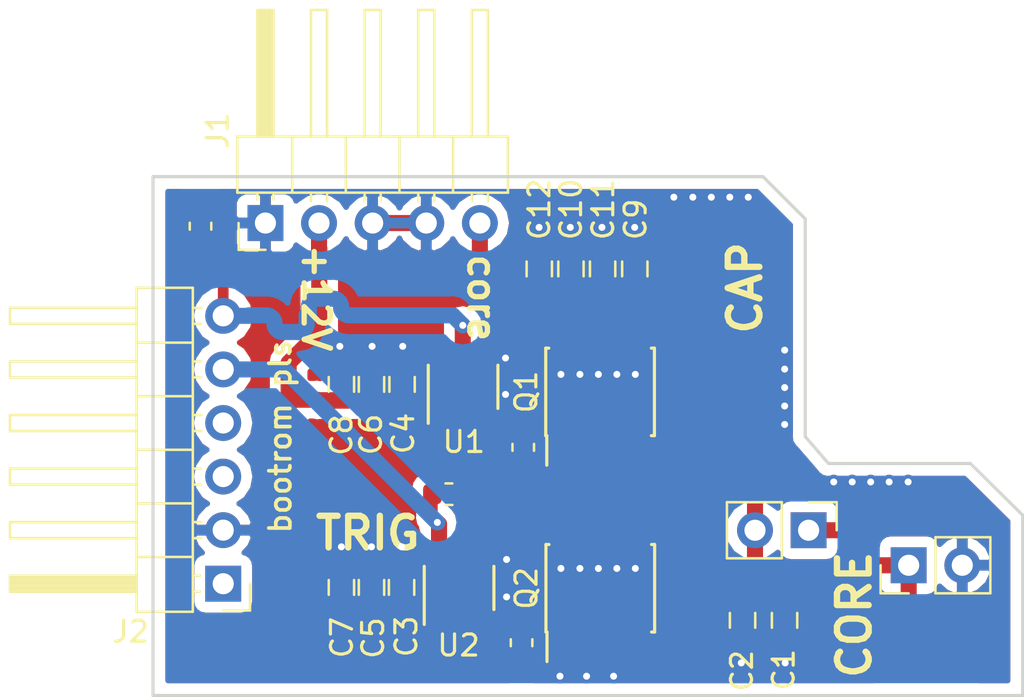
<source format=kicad_pcb>
(kicad_pcb (version 20171130) (host pcbnew 5.0.1)

  (general
    (thickness 1.6)
    (drawings 15)
    (tracks 245)
    (zones 0)
    (modules 28)
    (nets 17)
  )

  (page A4)
  (layers
    (0 F.Cu signal)
    (31 B.Cu signal)
    (32 B.Adhes user)
    (33 F.Adhes user)
    (34 B.Paste user)
    (35 F.Paste user)
    (36 B.SilkS user)
    (37 F.SilkS user)
    (38 B.Mask user)
    (39 F.Mask user)
    (40 Dwgs.User user)
    (41 Cmts.User user)
    (42 Eco1.User user)
    (43 Eco2.User user)
    (44 Edge.Cuts user)
    (45 Margin user)
    (46 B.CrtYd user)
    (47 F.CrtYd user)
    (48 B.Fab user hide)
    (49 F.Fab user hide)
  )

  (setup
    (last_trace_width 0.508)
    (user_trace_width 0.1524)
    (user_trace_width 0.2032)
    (user_trace_width 0.3048)
    (user_trace_width 0.508)
    (user_trace_width 0.762)
    (trace_clearance 0.1524)
    (zone_clearance 0.508)
    (zone_45_only no)
    (trace_min 0.1524)
    (segment_width 0.2)
    (edge_width 0.15)
    (via_size 0.6858)
    (via_drill 0.3302)
    (via_min_size 0.508)
    (via_min_drill 0.254)
    (user_via 0.6858 0.3302)
    (user_via 0.889 0.381)
    (uvia_size 0.6858)
    (uvia_drill 0.3302)
    (uvias_allowed no)
    (uvia_min_size 0.2)
    (uvia_min_drill 0.1)
    (pcb_text_width 0.3)
    (pcb_text_size 1.5 1.5)
    (mod_edge_width 0.15)
    (mod_text_size 1 1)
    (mod_text_width 0.15)
    (pad_size 1.524 1.524)
    (pad_drill 0.762)
    (pad_to_mask_clearance 0.2)
    (solder_mask_min_width 0.25)
    (aux_axis_origin 0 0)
    (grid_origin 136.5 113)
    (visible_elements 7FFFFFFF)
    (pcbplotparams
      (layerselection 0x010fc_ffffffff)
      (usegerberextensions false)
      (usegerberattributes false)
      (usegerberadvancedattributes false)
      (creategerberjobfile false)
      (excludeedgelayer true)
      (linewidth 0.100000)
      (plotframeref false)
      (viasonmask false)
      (mode 1)
      (useauxorigin false)
      (hpglpennumber 1)
      (hpglpenspeed 20)
      (hpglpendiameter 15.000000)
      (psnegative false)
      (psa4output false)
      (plotreference true)
      (plotvalue true)
      (plotinvisibletext false)
      (padsonsilk false)
      (subtractmaskfromsilk false)
      (outputformat 1)
      (mirror false)
      (drillshape 1)
      (scaleselection 1)
      (outputdirectory ""))
  )

  (net 0 "")
  (net 1 "Net-(J2-Pad4)")
  (net 2 "Net-(J2-Pad3)")
  (net 3 "Net-(U1-Pad2)")
  (net 4 "Net-(U2-Pad2)")
  (net 5 "Net-(Q1-Pad4)")
  (net 6 "Net-(Q2-Pad4)")
  (net 7 "Net-(C1-Pad1)")
  (net 8 /glitch_out)
  (net 9 /+3v3)
  (net 10 /+12v0)
  (net 11 /v_glitch)
  (net 12 GND)
  (net 13 "Net-(R3-Pad2)")
  (net 14 /trigger_s)
  (net 15 /trigger_v)
  (net 16 "Net-(R4-Pad2)")

  (net_class Default "This is the default net class."
    (clearance 0.1524)
    (trace_width 0.1524)
    (via_dia 0.6858)
    (via_drill 0.3302)
    (uvia_dia 0.6858)
    (uvia_drill 0.3302)
    (add_net /+12v0)
    (add_net /+3v3)
    (add_net /glitch_out)
    (add_net /trigger_s)
    (add_net /trigger_v)
    (add_net /v_glitch)
    (add_net GND)
    (add_net "Net-(C1-Pad1)")
    (add_net "Net-(J2-Pad3)")
    (add_net "Net-(J2-Pad4)")
    (add_net "Net-(Q1-Pad4)")
    (add_net "Net-(Q2-Pad4)")
    (add_net "Net-(R3-Pad2)")
    (add_net "Net-(R4-Pad2)")
    (add_net "Net-(U1-Pad2)")
    (add_net "Net-(U2-Pad2)")
  )

  (module custom-old:keystone-5019-tp (layer F.Cu) (tedit 5C27A21E) (tstamp 5C27D3E7)
    (at 178.325 114.65)
    (path /5B8A9F7E)
    (fp_text reference TP2 (at 0 -2.09) (layer F.SilkS) hide
      (effects (font (size 1 1) (thickness 0.15)))
    )
    (fp_text value TestPoint (at -0.275 -9.025) (layer F.Fab)
      (effects (font (size 1 1) (thickness 0.15)))
    )
    (pad 1 smd rect (at 0 0) (size 3.8 2.03) (layers F.Cu F.Paste F.Mask)
      (net 8 /glitch_out))
  )

  (module Resistor_SMD:R_0603_1608Metric (layer F.Cu) (tedit 5C27A20F) (tstamp 5C27AF7E)
    (at 159.16 114.0725 270)
    (descr "Resistor SMD 0603 (1608 Metric), square (rectangular) end terminal, IPC_7351 nominal, (Body size source: http://www.tortai-tech.com/upload/download/2011102023233369053.pdf), generated with kicad-footprint-generator")
    (tags resistor)
    (path /5C294E73)
    (attr smd)
    (fp_text reference R4 (at 0.4675 1.4 90) (layer F.SilkS) hide
      (effects (font (size 1 1) (thickness 0.15)))
    )
    (fp_text value 100 (at 0 1.43 270) (layer F.Fab)
      (effects (font (size 1 1) (thickness 0.15)))
    )
    (fp_text user %R (at 0 0 270) (layer F.Fab)
      (effects (font (size 0.4 0.4) (thickness 0.06)))
    )
    (fp_line (start 1.48 0.73) (end -1.48 0.73) (layer F.CrtYd) (width 0.05))
    (fp_line (start 1.48 -0.73) (end 1.48 0.73) (layer F.CrtYd) (width 0.05))
    (fp_line (start -1.48 -0.73) (end 1.48 -0.73) (layer F.CrtYd) (width 0.05))
    (fp_line (start -1.48 0.73) (end -1.48 -0.73) (layer F.CrtYd) (width 0.05))
    (fp_line (start -0.162779 0.51) (end 0.162779 0.51) (layer F.SilkS) (width 0.12))
    (fp_line (start -0.162779 -0.51) (end 0.162779 -0.51) (layer F.SilkS) (width 0.12))
    (fp_line (start 0.8 0.4) (end -0.8 0.4) (layer F.Fab) (width 0.1))
    (fp_line (start 0.8 -0.4) (end 0.8 0.4) (layer F.Fab) (width 0.1))
    (fp_line (start -0.8 -0.4) (end 0.8 -0.4) (layer F.Fab) (width 0.1))
    (fp_line (start -0.8 0.4) (end -0.8 -0.4) (layer F.Fab) (width 0.1))
    (pad 2 smd roundrect (at 0.7875 0 270) (size 0.875 0.95) (layers F.Cu F.Paste F.Mask) (roundrect_rratio 0.25)
      (net 16 "Net-(R4-Pad2)"))
    (pad 1 smd roundrect (at -0.7875 0 270) (size 0.875 0.95) (layers F.Cu F.Paste F.Mask) (roundrect_rratio 0.25)
      (net 6 "Net-(Q2-Pad4)"))
    (model ${KISYS3DMOD}/Resistor_SMD.3dshapes/R_0603_1608Metric.wrl
      (at (xyz 0 0 0))
      (scale (xyz 1 1 1))
      (rotate (xyz 0 0 0))
    )
  )

  (module Resistor_SMD:R_0603_1608Metric (layer F.Cu) (tedit 5C27A204) (tstamp 5C27AF5E)
    (at 143.95 94.325 90)
    (descr "Resistor SMD 0603 (1608 Metric), square (rectangular) end terminal, IPC_7351 nominal, (Body size source: http://www.tortai-tech.com/upload/download/2011102023233369053.pdf), generated with kicad-footprint-generator")
    (tags resistor)
    (path /5B8BB251)
    (attr smd)
    (fp_text reference R1 (at 0 -1.43 90) (layer F.SilkS) hide
      (effects (font (size 1 1) (thickness 0.15)))
    )
    (fp_text value 47k (at 0 1.43 90) (layer F.Fab)
      (effects (font (size 1 1) (thickness 0.15)))
    )
    (fp_line (start -0.8 0.4) (end -0.8 -0.4) (layer F.Fab) (width 0.1))
    (fp_line (start -0.8 -0.4) (end 0.8 -0.4) (layer F.Fab) (width 0.1))
    (fp_line (start 0.8 -0.4) (end 0.8 0.4) (layer F.Fab) (width 0.1))
    (fp_line (start 0.8 0.4) (end -0.8 0.4) (layer F.Fab) (width 0.1))
    (fp_line (start -0.162779 -0.51) (end 0.162779 -0.51) (layer F.SilkS) (width 0.12))
    (fp_line (start -0.162779 0.51) (end 0.162779 0.51) (layer F.SilkS) (width 0.12))
    (fp_line (start -1.48 0.73) (end -1.48 -0.73) (layer F.CrtYd) (width 0.05))
    (fp_line (start -1.48 -0.73) (end 1.48 -0.73) (layer F.CrtYd) (width 0.05))
    (fp_line (start 1.48 -0.73) (end 1.48 0.73) (layer F.CrtYd) (width 0.05))
    (fp_line (start 1.48 0.73) (end -1.48 0.73) (layer F.CrtYd) (width 0.05))
    (fp_text user %R (at 0 0 90) (layer F.Fab)
      (effects (font (size 0.4 0.4) (thickness 0.06)))
    )
    (pad 1 smd roundrect (at -0.7875 0 90) (size 0.875 0.95) (layers F.Cu F.Paste F.Mask) (roundrect_rratio 0.25)
      (net 15 /trigger_v))
    (pad 2 smd roundrect (at 0.7875 0 90) (size 0.875 0.95) (layers F.Cu F.Paste F.Mask) (roundrect_rratio 0.25)
      (net 12 GND))
    (model ${KISYS3DMOD}/Resistor_SMD.3dshapes/R_0603_1608Metric.wrl
      (at (xyz 0 0 0))
      (scale (xyz 1 1 1))
      (rotate (xyz 0 0 0))
    )
  )

  (module Resistor_SMD:R_0603_1608Metric (layer F.Cu) (tedit 5C27A217) (tstamp 5C27AF5D)
    (at 155.72 107.03)
    (descr "Resistor SMD 0603 (1608 Metric), square (rectangular) end terminal, IPC_7351 nominal, (Body size source: http://www.tortai-tech.com/upload/download/2011102023233369053.pdf), generated with kicad-footprint-generator")
    (tags resistor)
    (path /5BA4B2E9)
    (attr smd)
    (fp_text reference R2 (at -0.69 -1.32 180) (layer F.SilkS) hide
      (effects (font (size 1 1) (thickness 0.15)))
    )
    (fp_text value 47k (at 0 1.43) (layer F.Fab)
      (effects (font (size 1 1) (thickness 0.15)))
    )
    (fp_text user %R (at 0 0) (layer F.Fab)
      (effects (font (size 0.4 0.4) (thickness 0.06)))
    )
    (fp_line (start 1.48 0.73) (end -1.48 0.73) (layer F.CrtYd) (width 0.05))
    (fp_line (start 1.48 -0.73) (end 1.48 0.73) (layer F.CrtYd) (width 0.05))
    (fp_line (start -1.48 -0.73) (end 1.48 -0.73) (layer F.CrtYd) (width 0.05))
    (fp_line (start -1.48 0.73) (end -1.48 -0.73) (layer F.CrtYd) (width 0.05))
    (fp_line (start -0.162779 0.51) (end 0.162779 0.51) (layer F.SilkS) (width 0.12))
    (fp_line (start -0.162779 -0.51) (end 0.162779 -0.51) (layer F.SilkS) (width 0.12))
    (fp_line (start 0.8 0.4) (end -0.8 0.4) (layer F.Fab) (width 0.1))
    (fp_line (start 0.8 -0.4) (end 0.8 0.4) (layer F.Fab) (width 0.1))
    (fp_line (start -0.8 -0.4) (end 0.8 -0.4) (layer F.Fab) (width 0.1))
    (fp_line (start -0.8 0.4) (end -0.8 -0.4) (layer F.Fab) (width 0.1))
    (pad 2 smd roundrect (at 0.7875 0) (size 0.875 0.95) (layers F.Cu F.Paste F.Mask) (roundrect_rratio 0.25)
      (net 12 GND))
    (pad 1 smd roundrect (at -0.7875 0) (size 0.875 0.95) (layers F.Cu F.Paste F.Mask) (roundrect_rratio 0.25)
      (net 14 /trigger_s))
    (model ${KISYS3DMOD}/Resistor_SMD.3dshapes/R_0603_1608Metric.wrl
      (at (xyz 0 0 0))
      (scale (xyz 1 1 1))
      (rotate (xyz 0 0 0))
    )
  )

  (module Resistor_SMD:R_0603_1608Metric (layer F.Cu) (tedit 5C27A213) (tstamp 5C27AF4C)
    (at 159.24 104.81 270)
    (descr "Resistor SMD 0603 (1608 Metric), square (rectangular) end terminal, IPC_7351 nominal, (Body size source: http://www.tortai-tech.com/upload/download/2011102023233369053.pdf), generated with kicad-footprint-generator")
    (tags resistor)
    (path /5C294DD7)
    (attr smd)
    (fp_text reference R3 (at 0.17 1.35 90) (layer F.SilkS) hide
      (effects (font (size 1 1) (thickness 0.15)))
    )
    (fp_text value 100 (at 0 1.43 270) (layer F.Fab)
      (effects (font (size 1 1) (thickness 0.15)))
    )
    (fp_line (start -0.8 0.4) (end -0.8 -0.4) (layer F.Fab) (width 0.1))
    (fp_line (start -0.8 -0.4) (end 0.8 -0.4) (layer F.Fab) (width 0.1))
    (fp_line (start 0.8 -0.4) (end 0.8 0.4) (layer F.Fab) (width 0.1))
    (fp_line (start 0.8 0.4) (end -0.8 0.4) (layer F.Fab) (width 0.1))
    (fp_line (start -0.162779 -0.51) (end 0.162779 -0.51) (layer F.SilkS) (width 0.12))
    (fp_line (start -0.162779 0.51) (end 0.162779 0.51) (layer F.SilkS) (width 0.12))
    (fp_line (start -1.48 0.73) (end -1.48 -0.73) (layer F.CrtYd) (width 0.05))
    (fp_line (start -1.48 -0.73) (end 1.48 -0.73) (layer F.CrtYd) (width 0.05))
    (fp_line (start 1.48 -0.73) (end 1.48 0.73) (layer F.CrtYd) (width 0.05))
    (fp_line (start 1.48 0.73) (end -1.48 0.73) (layer F.CrtYd) (width 0.05))
    (fp_text user %R (at 0 0 270) (layer F.Fab)
      (effects (font (size 0.4 0.4) (thickness 0.06)))
    )
    (pad 1 smd roundrect (at -0.7875 0 270) (size 0.875 0.95) (layers F.Cu F.Paste F.Mask) (roundrect_rratio 0.25)
      (net 5 "Net-(Q1-Pad4)"))
    (pad 2 smd roundrect (at 0.7875 0 270) (size 0.875 0.95) (layers F.Cu F.Paste F.Mask) (roundrect_rratio 0.25)
      (net 13 "Net-(R3-Pad2)"))
    (model ${KISYS3DMOD}/Resistor_SMD.3dshapes/R_0603_1608Metric.wrl
      (at (xyz 0 0 0))
      (scale (xyz 1 1 1))
      (rotate (xyz 0 0 0))
    )
  )

  (module Pin_Headers:Pin_Header_Angled_1x05_Pitch2.54mm (layer F.Cu) (tedit 59650532) (tstamp 5B8AA14A)
    (at 147.025 94.175 90)
    (descr "Through hole angled pin header, 1x05, 2.54mm pitch, 6mm pin length, single row")
    (tags "Through hole angled pin header THT 1x05 2.54mm single row")
    (path /5B8A6412)
    (fp_text reference J1 (at 4.385 -2.27 90) (layer F.SilkS)
      (effects (font (size 1 1) (thickness 0.15)))
    )
    (fp_text value Conn_01x05 (at 4.385 12.43 90) (layer F.Fab)
      (effects (font (size 1 1) (thickness 0.15)))
    )
    (fp_text user %R (at 2.77 5.08 180) (layer F.Fab)
      (effects (font (size 1 1) (thickness 0.15)))
    )
    (fp_line (start 10.55 -1.8) (end -1.8 -1.8) (layer F.CrtYd) (width 0.05))
    (fp_line (start 10.55 11.95) (end 10.55 -1.8) (layer F.CrtYd) (width 0.05))
    (fp_line (start -1.8 11.95) (end 10.55 11.95) (layer F.CrtYd) (width 0.05))
    (fp_line (start -1.8 -1.8) (end -1.8 11.95) (layer F.CrtYd) (width 0.05))
    (fp_line (start -1.27 -1.27) (end 0 -1.27) (layer F.SilkS) (width 0.12))
    (fp_line (start -1.27 0) (end -1.27 -1.27) (layer F.SilkS) (width 0.12))
    (fp_line (start 1.042929 10.54) (end 1.44 10.54) (layer F.SilkS) (width 0.12))
    (fp_line (start 1.042929 9.78) (end 1.44 9.78) (layer F.SilkS) (width 0.12))
    (fp_line (start 10.1 10.54) (end 4.1 10.54) (layer F.SilkS) (width 0.12))
    (fp_line (start 10.1 9.78) (end 10.1 10.54) (layer F.SilkS) (width 0.12))
    (fp_line (start 4.1 9.78) (end 10.1 9.78) (layer F.SilkS) (width 0.12))
    (fp_line (start 1.44 8.89) (end 4.1 8.89) (layer F.SilkS) (width 0.12))
    (fp_line (start 1.042929 8) (end 1.44 8) (layer F.SilkS) (width 0.12))
    (fp_line (start 1.042929 7.24) (end 1.44 7.24) (layer F.SilkS) (width 0.12))
    (fp_line (start 10.1 8) (end 4.1 8) (layer F.SilkS) (width 0.12))
    (fp_line (start 10.1 7.24) (end 10.1 8) (layer F.SilkS) (width 0.12))
    (fp_line (start 4.1 7.24) (end 10.1 7.24) (layer F.SilkS) (width 0.12))
    (fp_line (start 1.44 6.35) (end 4.1 6.35) (layer F.SilkS) (width 0.12))
    (fp_line (start 1.042929 5.46) (end 1.44 5.46) (layer F.SilkS) (width 0.12))
    (fp_line (start 1.042929 4.7) (end 1.44 4.7) (layer F.SilkS) (width 0.12))
    (fp_line (start 10.1 5.46) (end 4.1 5.46) (layer F.SilkS) (width 0.12))
    (fp_line (start 10.1 4.7) (end 10.1 5.46) (layer F.SilkS) (width 0.12))
    (fp_line (start 4.1 4.7) (end 10.1 4.7) (layer F.SilkS) (width 0.12))
    (fp_line (start 1.44 3.81) (end 4.1 3.81) (layer F.SilkS) (width 0.12))
    (fp_line (start 1.042929 2.92) (end 1.44 2.92) (layer F.SilkS) (width 0.12))
    (fp_line (start 1.042929 2.16) (end 1.44 2.16) (layer F.SilkS) (width 0.12))
    (fp_line (start 10.1 2.92) (end 4.1 2.92) (layer F.SilkS) (width 0.12))
    (fp_line (start 10.1 2.16) (end 10.1 2.92) (layer F.SilkS) (width 0.12))
    (fp_line (start 4.1 2.16) (end 10.1 2.16) (layer F.SilkS) (width 0.12))
    (fp_line (start 1.44 1.27) (end 4.1 1.27) (layer F.SilkS) (width 0.12))
    (fp_line (start 1.11 0.38) (end 1.44 0.38) (layer F.SilkS) (width 0.12))
    (fp_line (start 1.11 -0.38) (end 1.44 -0.38) (layer F.SilkS) (width 0.12))
    (fp_line (start 4.1 0.28) (end 10.1 0.28) (layer F.SilkS) (width 0.12))
    (fp_line (start 4.1 0.16) (end 10.1 0.16) (layer F.SilkS) (width 0.12))
    (fp_line (start 4.1 0.04) (end 10.1 0.04) (layer F.SilkS) (width 0.12))
    (fp_line (start 4.1 -0.08) (end 10.1 -0.08) (layer F.SilkS) (width 0.12))
    (fp_line (start 4.1 -0.2) (end 10.1 -0.2) (layer F.SilkS) (width 0.12))
    (fp_line (start 4.1 -0.32) (end 10.1 -0.32) (layer F.SilkS) (width 0.12))
    (fp_line (start 10.1 0.38) (end 4.1 0.38) (layer F.SilkS) (width 0.12))
    (fp_line (start 10.1 -0.38) (end 10.1 0.38) (layer F.SilkS) (width 0.12))
    (fp_line (start 4.1 -0.38) (end 10.1 -0.38) (layer F.SilkS) (width 0.12))
    (fp_line (start 4.1 -1.33) (end 1.44 -1.33) (layer F.SilkS) (width 0.12))
    (fp_line (start 4.1 11.49) (end 4.1 -1.33) (layer F.SilkS) (width 0.12))
    (fp_line (start 1.44 11.49) (end 4.1 11.49) (layer F.SilkS) (width 0.12))
    (fp_line (start 1.44 -1.33) (end 1.44 11.49) (layer F.SilkS) (width 0.12))
    (fp_line (start 4.04 10.48) (end 10.04 10.48) (layer F.Fab) (width 0.1))
    (fp_line (start 10.04 9.84) (end 10.04 10.48) (layer F.Fab) (width 0.1))
    (fp_line (start 4.04 9.84) (end 10.04 9.84) (layer F.Fab) (width 0.1))
    (fp_line (start -0.32 10.48) (end 1.5 10.48) (layer F.Fab) (width 0.1))
    (fp_line (start -0.32 9.84) (end -0.32 10.48) (layer F.Fab) (width 0.1))
    (fp_line (start -0.32 9.84) (end 1.5 9.84) (layer F.Fab) (width 0.1))
    (fp_line (start 4.04 7.94) (end 10.04 7.94) (layer F.Fab) (width 0.1))
    (fp_line (start 10.04 7.3) (end 10.04 7.94) (layer F.Fab) (width 0.1))
    (fp_line (start 4.04 7.3) (end 10.04 7.3) (layer F.Fab) (width 0.1))
    (fp_line (start -0.32 7.94) (end 1.5 7.94) (layer F.Fab) (width 0.1))
    (fp_line (start -0.32 7.3) (end -0.32 7.94) (layer F.Fab) (width 0.1))
    (fp_line (start -0.32 7.3) (end 1.5 7.3) (layer F.Fab) (width 0.1))
    (fp_line (start 4.04 5.4) (end 10.04 5.4) (layer F.Fab) (width 0.1))
    (fp_line (start 10.04 4.76) (end 10.04 5.4) (layer F.Fab) (width 0.1))
    (fp_line (start 4.04 4.76) (end 10.04 4.76) (layer F.Fab) (width 0.1))
    (fp_line (start -0.32 5.4) (end 1.5 5.4) (layer F.Fab) (width 0.1))
    (fp_line (start -0.32 4.76) (end -0.32 5.4) (layer F.Fab) (width 0.1))
    (fp_line (start -0.32 4.76) (end 1.5 4.76) (layer F.Fab) (width 0.1))
    (fp_line (start 4.04 2.86) (end 10.04 2.86) (layer F.Fab) (width 0.1))
    (fp_line (start 10.04 2.22) (end 10.04 2.86) (layer F.Fab) (width 0.1))
    (fp_line (start 4.04 2.22) (end 10.04 2.22) (layer F.Fab) (width 0.1))
    (fp_line (start -0.32 2.86) (end 1.5 2.86) (layer F.Fab) (width 0.1))
    (fp_line (start -0.32 2.22) (end -0.32 2.86) (layer F.Fab) (width 0.1))
    (fp_line (start -0.32 2.22) (end 1.5 2.22) (layer F.Fab) (width 0.1))
    (fp_line (start 4.04 0.32) (end 10.04 0.32) (layer F.Fab) (width 0.1))
    (fp_line (start 10.04 -0.32) (end 10.04 0.32) (layer F.Fab) (width 0.1))
    (fp_line (start 4.04 -0.32) (end 10.04 -0.32) (layer F.Fab) (width 0.1))
    (fp_line (start -0.32 0.32) (end 1.5 0.32) (layer F.Fab) (width 0.1))
    (fp_line (start -0.32 -0.32) (end -0.32 0.32) (layer F.Fab) (width 0.1))
    (fp_line (start -0.32 -0.32) (end 1.5 -0.32) (layer F.Fab) (width 0.1))
    (fp_line (start 1.5 -0.635) (end 2.135 -1.27) (layer F.Fab) (width 0.1))
    (fp_line (start 1.5 11.43) (end 1.5 -0.635) (layer F.Fab) (width 0.1))
    (fp_line (start 4.04 11.43) (end 1.5 11.43) (layer F.Fab) (width 0.1))
    (fp_line (start 4.04 -1.27) (end 4.04 11.43) (layer F.Fab) (width 0.1))
    (fp_line (start 2.135 -1.27) (end 4.04 -1.27) (layer F.Fab) (width 0.1))
    (pad 5 thru_hole oval (at 0 10.16 90) (size 1.7 1.7) (drill 1) (layers *.Cu *.Mask)
      (net 11 /v_glitch))
    (pad 4 thru_hole oval (at 0 7.62 90) (size 1.7 1.7) (drill 1) (layers *.Cu *.Mask)
      (net 12 GND))
    (pad 3 thru_hole oval (at 0 5.08 90) (size 1.7 1.7) (drill 1) (layers *.Cu *.Mask)
      (net 12 GND))
    (pad 2 thru_hole oval (at 0 2.54 90) (size 1.7 1.7) (drill 1) (layers *.Cu *.Mask)
      (net 10 /+12v0))
    (pad 1 thru_hole rect (at 0 0 90) (size 1.7 1.7) (drill 1) (layers *.Cu *.Mask)
      (net 12 GND))
    (model ${KISYS3DMOD}/Pin_Headers.3dshapes/Pin_Header_Angled_1x05_Pitch2.54mm.wrl
      (at (xyz 0 0 0))
      (scale (xyz 1 1 1))
      (rotate (xyz 0 0 0))
    )
  )

  (module Capacitors_SMD:C_0603 (layer F.Cu) (tedit 59958EE7) (tstamp 5B8A8647)
    (at 164.525 96.35 90)
    (descr "Capacitor SMD 0603, reflow soldering, AVX (see smccp.pdf)")
    (tags "capacitor 0603")
    (path /5B8B2450)
    (attr smd)
    (fp_text reference C9 (at 2.35 0.035 90) (layer F.SilkS)
      (effects (font (size 1 1) (thickness 0.15)))
    )
    (fp_text value 1u (at 0 1.5 90) (layer F.Fab)
      (effects (font (size 1 1) (thickness 0.15)))
    )
    (fp_line (start 1.4 0.65) (end -1.4 0.65) (layer F.CrtYd) (width 0.05))
    (fp_line (start 1.4 0.65) (end 1.4 -0.65) (layer F.CrtYd) (width 0.05))
    (fp_line (start -1.4 -0.65) (end -1.4 0.65) (layer F.CrtYd) (width 0.05))
    (fp_line (start -1.4 -0.65) (end 1.4 -0.65) (layer F.CrtYd) (width 0.05))
    (fp_line (start 0.35 0.6) (end -0.35 0.6) (layer F.SilkS) (width 0.12))
    (fp_line (start -0.35 -0.6) (end 0.35 -0.6) (layer F.SilkS) (width 0.12))
    (fp_line (start -0.8 -0.4) (end 0.8 -0.4) (layer F.Fab) (width 0.1))
    (fp_line (start 0.8 -0.4) (end 0.8 0.4) (layer F.Fab) (width 0.1))
    (fp_line (start 0.8 0.4) (end -0.8 0.4) (layer F.Fab) (width 0.1))
    (fp_line (start -0.8 0.4) (end -0.8 -0.4) (layer F.Fab) (width 0.1))
    (fp_text user %R (at 0 0 90) (layer F.Fab)
      (effects (font (size 0.3 0.3) (thickness 0.075)))
    )
    (pad 2 smd rect (at 0.75 0 90) (size 0.8 0.75) (layers F.Cu F.Paste F.Mask)
      (net 12 GND))
    (pad 1 smd rect (at -0.75 0 90) (size 0.8 0.75) (layers F.Cu F.Paste F.Mask)
      (net 11 /v_glitch))
    (model Capacitors_SMD.3dshapes/C_0603.wrl
      (at (xyz 0 0 0))
      (scale (xyz 1 1 1))
      (rotate (xyz 0 0 0))
    )
  )

  (module Capacitors_SMD:C_0603 (layer F.Cu) (tedit 59958EE7) (tstamp 5B8ABFEC)
    (at 161.5 96.35 90)
    (descr "Capacitor SMD 0603, reflow soldering, AVX (see smccp.pdf)")
    (tags "capacitor 0603")
    (path /5B8B249A)
    (attr smd)
    (fp_text reference C10 (at 2.825 0 90) (layer F.SilkS)
      (effects (font (size 1 1) (thickness 0.15)))
    )
    (fp_text value 0.1u (at 0 1.5 90) (layer F.Fab)
      (effects (font (size 1 1) (thickness 0.15)))
    )
    (fp_text user %R (at 0 0 90) (layer F.Fab)
      (effects (font (size 0.3 0.3) (thickness 0.075)))
    )
    (fp_line (start -0.8 0.4) (end -0.8 -0.4) (layer F.Fab) (width 0.1))
    (fp_line (start 0.8 0.4) (end -0.8 0.4) (layer F.Fab) (width 0.1))
    (fp_line (start 0.8 -0.4) (end 0.8 0.4) (layer F.Fab) (width 0.1))
    (fp_line (start -0.8 -0.4) (end 0.8 -0.4) (layer F.Fab) (width 0.1))
    (fp_line (start -0.35 -0.6) (end 0.35 -0.6) (layer F.SilkS) (width 0.12))
    (fp_line (start 0.35 0.6) (end -0.35 0.6) (layer F.SilkS) (width 0.12))
    (fp_line (start -1.4 -0.65) (end 1.4 -0.65) (layer F.CrtYd) (width 0.05))
    (fp_line (start -1.4 -0.65) (end -1.4 0.65) (layer F.CrtYd) (width 0.05))
    (fp_line (start 1.4 0.65) (end 1.4 -0.65) (layer F.CrtYd) (width 0.05))
    (fp_line (start 1.4 0.65) (end -1.4 0.65) (layer F.CrtYd) (width 0.05))
    (pad 1 smd rect (at -0.75 0 90) (size 0.8 0.75) (layers F.Cu F.Paste F.Mask)
      (net 11 /v_glitch))
    (pad 2 smd rect (at 0.75 0 90) (size 0.8 0.75) (layers F.Cu F.Paste F.Mask)
      (net 12 GND))
    (model Capacitors_SMD.3dshapes/C_0603.wrl
      (at (xyz 0 0 0))
      (scale (xyz 1 1 1))
      (rotate (xyz 0 0 0))
    )
  )

  (module Capacitors_SMD:C_0603 (layer F.Cu) (tedit 59958EE7) (tstamp 5B8A7205)
    (at 163 96.35 90)
    (descr "Capacitor SMD 0603, reflow soldering, AVX (see smccp.pdf)")
    (tags "capacitor 0603")
    (path /5B8B24D0)
    (attr smd)
    (fp_text reference C11 (at 2.825 0.025 90) (layer F.SilkS)
      (effects (font (size 1 1) (thickness 0.15)))
    )
    (fp_text value 10n (at 0 1.5 90) (layer F.Fab)
      (effects (font (size 1 1) (thickness 0.15)))
    )
    (fp_line (start 1.4 0.65) (end -1.4 0.65) (layer F.CrtYd) (width 0.05))
    (fp_line (start 1.4 0.65) (end 1.4 -0.65) (layer F.CrtYd) (width 0.05))
    (fp_line (start -1.4 -0.65) (end -1.4 0.65) (layer F.CrtYd) (width 0.05))
    (fp_line (start -1.4 -0.65) (end 1.4 -0.65) (layer F.CrtYd) (width 0.05))
    (fp_line (start 0.35 0.6) (end -0.35 0.6) (layer F.SilkS) (width 0.12))
    (fp_line (start -0.35 -0.6) (end 0.35 -0.6) (layer F.SilkS) (width 0.12))
    (fp_line (start -0.8 -0.4) (end 0.8 -0.4) (layer F.Fab) (width 0.1))
    (fp_line (start 0.8 -0.4) (end 0.8 0.4) (layer F.Fab) (width 0.1))
    (fp_line (start 0.8 0.4) (end -0.8 0.4) (layer F.Fab) (width 0.1))
    (fp_line (start -0.8 0.4) (end -0.8 -0.4) (layer F.Fab) (width 0.1))
    (fp_text user %R (at 0 0 90) (layer F.Fab)
      (effects (font (size 0.3 0.3) (thickness 0.075)))
    )
    (pad 2 smd rect (at 0.75 0 90) (size 0.8 0.75) (layers F.Cu F.Paste F.Mask)
      (net 12 GND))
    (pad 1 smd rect (at -0.75 0 90) (size 0.8 0.75) (layers F.Cu F.Paste F.Mask)
      (net 11 /v_glitch))
    (model Capacitors_SMD.3dshapes/C_0603.wrl
      (at (xyz 0 0 0))
      (scale (xyz 1 1 1))
      (rotate (xyz 0 0 0))
    )
  )

  (module Capacitors_SMD:C_0603 (layer F.Cu) (tedit 59958EE7) (tstamp 5B8A71F4)
    (at 160 96.35 90)
    (descr "Capacitor SMD 0603, reflow soldering, AVX (see smccp.pdf)")
    (tags "capacitor 0603")
    (path /5B8B2508)
    (attr smd)
    (fp_text reference C12 (at 2.825 0 90) (layer F.SilkS)
      (effects (font (size 1 1) (thickness 0.15)))
    )
    (fp_text value 47p (at 0 1.5 90) (layer F.Fab)
      (effects (font (size 1 1) (thickness 0.15)))
    )
    (fp_text user %R (at 0 0 90) (layer F.Fab)
      (effects (font (size 0.3 0.3) (thickness 0.075)))
    )
    (fp_line (start -0.8 0.4) (end -0.8 -0.4) (layer F.Fab) (width 0.1))
    (fp_line (start 0.8 0.4) (end -0.8 0.4) (layer F.Fab) (width 0.1))
    (fp_line (start 0.8 -0.4) (end 0.8 0.4) (layer F.Fab) (width 0.1))
    (fp_line (start -0.8 -0.4) (end 0.8 -0.4) (layer F.Fab) (width 0.1))
    (fp_line (start -0.35 -0.6) (end 0.35 -0.6) (layer F.SilkS) (width 0.12))
    (fp_line (start 0.35 0.6) (end -0.35 0.6) (layer F.SilkS) (width 0.12))
    (fp_line (start -1.4 -0.65) (end 1.4 -0.65) (layer F.CrtYd) (width 0.05))
    (fp_line (start -1.4 -0.65) (end -1.4 0.65) (layer F.CrtYd) (width 0.05))
    (fp_line (start 1.4 0.65) (end 1.4 -0.65) (layer F.CrtYd) (width 0.05))
    (fp_line (start 1.4 0.65) (end -1.4 0.65) (layer F.CrtYd) (width 0.05))
    (pad 1 smd rect (at -0.75 0 90) (size 0.8 0.75) (layers F.Cu F.Paste F.Mask)
      (net 11 /v_glitch))
    (pad 2 smd rect (at 0.75 0 90) (size 0.8 0.75) (layers F.Cu F.Paste F.Mask)
      (net 12 GND))
    (model Capacitors_SMD.3dshapes/C_0603.wrl
      (at (xyz 0 0 0))
      (scale (xyz 1 1 1))
      (rotate (xyz 0 0 0))
    )
  )

  (module Capacitors_SMD:C_0603 (layer F.Cu) (tedit 59958EE7) (tstamp 5B8A71E3)
    (at 150.625 111.45 90)
    (descr "Capacitor SMD 0603, reflow soldering, AVX (see smccp.pdf)")
    (tags "capacitor 0603")
    (path /5B8C167B)
    (attr smd)
    (fp_text reference C7 (at -2.375 0.025 90) (layer F.SilkS)
      (effects (font (size 1 1) (thickness 0.15)))
    )
    (fp_text value 10n (at 0 1.5 90) (layer F.Fab)
      (effects (font (size 1 1) (thickness 0.15)))
    )
    (fp_line (start 1.4 0.65) (end -1.4 0.65) (layer F.CrtYd) (width 0.05))
    (fp_line (start 1.4 0.65) (end 1.4 -0.65) (layer F.CrtYd) (width 0.05))
    (fp_line (start -1.4 -0.65) (end -1.4 0.65) (layer F.CrtYd) (width 0.05))
    (fp_line (start -1.4 -0.65) (end 1.4 -0.65) (layer F.CrtYd) (width 0.05))
    (fp_line (start 0.35 0.6) (end -0.35 0.6) (layer F.SilkS) (width 0.12))
    (fp_line (start -0.35 -0.6) (end 0.35 -0.6) (layer F.SilkS) (width 0.12))
    (fp_line (start -0.8 -0.4) (end 0.8 -0.4) (layer F.Fab) (width 0.1))
    (fp_line (start 0.8 -0.4) (end 0.8 0.4) (layer F.Fab) (width 0.1))
    (fp_line (start 0.8 0.4) (end -0.8 0.4) (layer F.Fab) (width 0.1))
    (fp_line (start -0.8 0.4) (end -0.8 -0.4) (layer F.Fab) (width 0.1))
    (fp_text user %R (at 0 0 90) (layer F.Fab)
      (effects (font (size 0.3 0.3) (thickness 0.075)))
    )
    (pad 2 smd rect (at 0.75 0 90) (size 0.8 0.75) (layers F.Cu F.Paste F.Mask)
      (net 12 GND))
    (pad 1 smd rect (at -0.75 0 90) (size 0.8 0.75) (layers F.Cu F.Paste F.Mask)
      (net 10 /+12v0))
    (model Capacitors_SMD.3dshapes/C_0603.wrl
      (at (xyz 0 0 0))
      (scale (xyz 1 1 1))
      (rotate (xyz 0 0 0))
    )
  )

  (module Capacitors_SMD:C_0603 (layer F.Cu) (tedit 59958EE7) (tstamp 5B8A71D2)
    (at 152.05 101.825 90)
    (descr "Capacitor SMD 0603, reflow soldering, AVX (see smccp.pdf)")
    (tags "capacitor 0603")
    (path /5B8C14EE)
    (attr smd)
    (fp_text reference C6 (at -2.375 -0.025 90) (layer F.SilkS)
      (effects (font (size 1 1) (thickness 0.15)))
    )
    (fp_text value 0.1u (at 0 1.5 90) (layer F.Fab)
      (effects (font (size 1 1) (thickness 0.15)))
    )
    (fp_text user %R (at 0 0 90) (layer F.Fab)
      (effects (font (size 0.3 0.3) (thickness 0.075)))
    )
    (fp_line (start -0.8 0.4) (end -0.8 -0.4) (layer F.Fab) (width 0.1))
    (fp_line (start 0.8 0.4) (end -0.8 0.4) (layer F.Fab) (width 0.1))
    (fp_line (start 0.8 -0.4) (end 0.8 0.4) (layer F.Fab) (width 0.1))
    (fp_line (start -0.8 -0.4) (end 0.8 -0.4) (layer F.Fab) (width 0.1))
    (fp_line (start -0.35 -0.6) (end 0.35 -0.6) (layer F.SilkS) (width 0.12))
    (fp_line (start 0.35 0.6) (end -0.35 0.6) (layer F.SilkS) (width 0.12))
    (fp_line (start -1.4 -0.65) (end 1.4 -0.65) (layer F.CrtYd) (width 0.05))
    (fp_line (start -1.4 -0.65) (end -1.4 0.65) (layer F.CrtYd) (width 0.05))
    (fp_line (start 1.4 0.65) (end 1.4 -0.65) (layer F.CrtYd) (width 0.05))
    (fp_line (start 1.4 0.65) (end -1.4 0.65) (layer F.CrtYd) (width 0.05))
    (pad 1 smd rect (at -0.75 0 90) (size 0.8 0.75) (layers F.Cu F.Paste F.Mask)
      (net 10 /+12v0))
    (pad 2 smd rect (at 0.75 0 90) (size 0.8 0.75) (layers F.Cu F.Paste F.Mask)
      (net 12 GND))
    (model Capacitors_SMD.3dshapes/C_0603.wrl
      (at (xyz 0 0 0))
      (scale (xyz 1 1 1))
      (rotate (xyz 0 0 0))
    )
  )

  (module Capacitors_SMD:C_0603 (layer F.Cu) (tedit 59958EE7) (tstamp 5B8ABBE5)
    (at 152.05 111.45 90)
    (descr "Capacitor SMD 0603, reflow soldering, AVX (see smccp.pdf)")
    (tags "capacitor 0603")
    (path /5B8C1615)
    (attr smd)
    (fp_text reference C5 (at -2.4 0.075 90) (layer F.SilkS)
      (effects (font (size 1 1) (thickness 0.15)))
    )
    (fp_text value 0.1u (at 0 1.5 90) (layer F.Fab)
      (effects (font (size 1 1) (thickness 0.15)))
    )
    (fp_line (start 1.4 0.65) (end -1.4 0.65) (layer F.CrtYd) (width 0.05))
    (fp_line (start 1.4 0.65) (end 1.4 -0.65) (layer F.CrtYd) (width 0.05))
    (fp_line (start -1.4 -0.65) (end -1.4 0.65) (layer F.CrtYd) (width 0.05))
    (fp_line (start -1.4 -0.65) (end 1.4 -0.65) (layer F.CrtYd) (width 0.05))
    (fp_line (start 0.35 0.6) (end -0.35 0.6) (layer F.SilkS) (width 0.12))
    (fp_line (start -0.35 -0.6) (end 0.35 -0.6) (layer F.SilkS) (width 0.12))
    (fp_line (start -0.8 -0.4) (end 0.8 -0.4) (layer F.Fab) (width 0.1))
    (fp_line (start 0.8 -0.4) (end 0.8 0.4) (layer F.Fab) (width 0.1))
    (fp_line (start 0.8 0.4) (end -0.8 0.4) (layer F.Fab) (width 0.1))
    (fp_line (start -0.8 0.4) (end -0.8 -0.4) (layer F.Fab) (width 0.1))
    (fp_text user %R (at 0 0 90) (layer F.Fab)
      (effects (font (size 0.3 0.3) (thickness 0.075)))
    )
    (pad 2 smd rect (at 0.75 0 90) (size 0.8 0.75) (layers F.Cu F.Paste F.Mask)
      (net 12 GND))
    (pad 1 smd rect (at -0.75 0 90) (size 0.8 0.75) (layers F.Cu F.Paste F.Mask)
      (net 10 /+12v0))
    (model Capacitors_SMD.3dshapes/C_0603.wrl
      (at (xyz 0 0 0))
      (scale (xyz 1 1 1))
      (rotate (xyz 0 0 0))
    )
  )

  (module Capacitors_SMD:C_0603 (layer F.Cu) (tedit 59958EE7) (tstamp 5B8A7612)
    (at 153.5 101.825 90)
    (descr "Capacitor SMD 0603, reflow soldering, AVX (see smccp.pdf)")
    (tags "capacitor 0603")
    (path /5B8C144C)
    (attr smd)
    (fp_text reference C4 (at -2.325 0.05 90) (layer F.SilkS)
      (effects (font (size 1 1) (thickness 0.15)))
    )
    (fp_text value 1u (at 0 1.5 90) (layer F.Fab)
      (effects (font (size 1 1) (thickness 0.15)))
    )
    (fp_text user %R (at 0 0 90) (layer F.Fab)
      (effects (font (size 0.3 0.3) (thickness 0.075)))
    )
    (fp_line (start -0.8 0.4) (end -0.8 -0.4) (layer F.Fab) (width 0.1))
    (fp_line (start 0.8 0.4) (end -0.8 0.4) (layer F.Fab) (width 0.1))
    (fp_line (start 0.8 -0.4) (end 0.8 0.4) (layer F.Fab) (width 0.1))
    (fp_line (start -0.8 -0.4) (end 0.8 -0.4) (layer F.Fab) (width 0.1))
    (fp_line (start -0.35 -0.6) (end 0.35 -0.6) (layer F.SilkS) (width 0.12))
    (fp_line (start 0.35 0.6) (end -0.35 0.6) (layer F.SilkS) (width 0.12))
    (fp_line (start -1.4 -0.65) (end 1.4 -0.65) (layer F.CrtYd) (width 0.05))
    (fp_line (start -1.4 -0.65) (end -1.4 0.65) (layer F.CrtYd) (width 0.05))
    (fp_line (start 1.4 0.65) (end 1.4 -0.65) (layer F.CrtYd) (width 0.05))
    (fp_line (start 1.4 0.65) (end -1.4 0.65) (layer F.CrtYd) (width 0.05))
    (pad 1 smd rect (at -0.75 0 90) (size 0.8 0.75) (layers F.Cu F.Paste F.Mask)
      (net 10 /+12v0))
    (pad 2 smd rect (at 0.75 0 90) (size 0.8 0.75) (layers F.Cu F.Paste F.Mask)
      (net 12 GND))
    (model Capacitors_SMD.3dshapes/C_0603.wrl
      (at (xyz 0 0 0))
      (scale (xyz 1 1 1))
      (rotate (xyz 0 0 0))
    )
  )

  (module Capacitors_SMD:C_0603 (layer F.Cu) (tedit 59958EE7) (tstamp 5B8A737F)
    (at 153.475 111.45 90)
    (descr "Capacitor SMD 0603, reflow soldering, AVX (see smccp.pdf)")
    (tags "capacitor 0603")
    (path /5B8C16C3)
    (attr smd)
    (fp_text reference C3 (at -2.325 0.225 90) (layer F.SilkS)
      (effects (font (size 1 1) (thickness 0.15)))
    )
    (fp_text value 1u (at 0 1.5 90) (layer F.Fab)
      (effects (font (size 1 1) (thickness 0.15)))
    )
    (fp_line (start 1.4 0.65) (end -1.4 0.65) (layer F.CrtYd) (width 0.05))
    (fp_line (start 1.4 0.65) (end 1.4 -0.65) (layer F.CrtYd) (width 0.05))
    (fp_line (start -1.4 -0.65) (end -1.4 0.65) (layer F.CrtYd) (width 0.05))
    (fp_line (start -1.4 -0.65) (end 1.4 -0.65) (layer F.CrtYd) (width 0.05))
    (fp_line (start 0.35 0.6) (end -0.35 0.6) (layer F.SilkS) (width 0.12))
    (fp_line (start -0.35 -0.6) (end 0.35 -0.6) (layer F.SilkS) (width 0.12))
    (fp_line (start -0.8 -0.4) (end 0.8 -0.4) (layer F.Fab) (width 0.1))
    (fp_line (start 0.8 -0.4) (end 0.8 0.4) (layer F.Fab) (width 0.1))
    (fp_line (start 0.8 0.4) (end -0.8 0.4) (layer F.Fab) (width 0.1))
    (fp_line (start -0.8 0.4) (end -0.8 -0.4) (layer F.Fab) (width 0.1))
    (fp_text user %R (at 0 0 90) (layer F.Fab)
      (effects (font (size 0.3 0.3) (thickness 0.075)))
    )
    (pad 2 smd rect (at 0.75 0 90) (size 0.8 0.75) (layers F.Cu F.Paste F.Mask)
      (net 12 GND))
    (pad 1 smd rect (at -0.75 0 90) (size 0.8 0.75) (layers F.Cu F.Paste F.Mask)
      (net 10 /+12v0))
    (model Capacitors_SMD.3dshapes/C_0603.wrl
      (at (xyz 0 0 0))
      (scale (xyz 1 1 1))
      (rotate (xyz 0 0 0))
    )
  )

  (module Capacitors_SMD:C_0603 (layer F.Cu) (tedit 59958EE7) (tstamp 5B8A716E)
    (at 150.625 101.825 90)
    (descr "Capacitor SMD 0603, reflow soldering, AVX (see smccp.pdf)")
    (tags "capacitor 0603")
    (path /5B8C1530)
    (attr smd)
    (fp_text reference C8 (at -2.4 0 90) (layer F.SilkS)
      (effects (font (size 1 1) (thickness 0.15)))
    )
    (fp_text value 10n (at 0 1.5 90) (layer F.Fab)
      (effects (font (size 1 1) (thickness 0.15)))
    )
    (fp_text user %R (at 0 0 90) (layer F.Fab)
      (effects (font (size 0.3 0.3) (thickness 0.075)))
    )
    (fp_line (start -0.8 0.4) (end -0.8 -0.4) (layer F.Fab) (width 0.1))
    (fp_line (start 0.8 0.4) (end -0.8 0.4) (layer F.Fab) (width 0.1))
    (fp_line (start 0.8 -0.4) (end 0.8 0.4) (layer F.Fab) (width 0.1))
    (fp_line (start -0.8 -0.4) (end 0.8 -0.4) (layer F.Fab) (width 0.1))
    (fp_line (start -0.35 -0.6) (end 0.35 -0.6) (layer F.SilkS) (width 0.12))
    (fp_line (start 0.35 0.6) (end -0.35 0.6) (layer F.SilkS) (width 0.12))
    (fp_line (start -1.4 -0.65) (end 1.4 -0.65) (layer F.CrtYd) (width 0.05))
    (fp_line (start -1.4 -0.65) (end -1.4 0.65) (layer F.CrtYd) (width 0.05))
    (fp_line (start 1.4 0.65) (end 1.4 -0.65) (layer F.CrtYd) (width 0.05))
    (fp_line (start 1.4 0.65) (end -1.4 0.65) (layer F.CrtYd) (width 0.05))
    (pad 1 smd rect (at -0.75 0 90) (size 0.8 0.75) (layers F.Cu F.Paste F.Mask)
      (net 10 /+12v0))
    (pad 2 smd rect (at 0.75 0 90) (size 0.8 0.75) (layers F.Cu F.Paste F.Mask)
      (net 12 GND))
    (model Capacitors_SMD.3dshapes/C_0603.wrl
      (at (xyz 0 0 0))
      (scale (xyz 1 1 1))
      (rotate (xyz 0 0 0))
    )
  )

  (module Custom:keystone-5019-tp (layer F.Cu) (tedit 5B8A5C26) (tstamp 5B8A712D)
    (at 166.975 111.425 270)
    (path /5B8B0F98)
    (fp_text reference TP3 (at 0 -2.09 270) (layer F.SilkS) hide
      (effects (font (size 1 1) (thickness 0.15)))
    )
    (fp_text value TestPoint (at -0.275 -9.025 270) (layer F.Fab)
      (effects (font (size 1 1) (thickness 0.15)))
    )
    (pad 1 smd rect (at 0 0 270) (size 3.8 2.03) (layers F.Cu F.Paste F.Mask)
      (net 6 "Net-(Q2-Pad4)"))
  )

  (module Custom:keystone-5019-tp (layer F.Cu) (tedit 5B8A5C21) (tstamp 5B8A7128)
    (at 167.075 102.175 270)
    (path /5B8B0695)
    (fp_text reference TP4 (at 0 -2.09 270) (layer F.SilkS) hide
      (effects (font (size 1 1) (thickness 0.15)))
    )
    (fp_text value TestPoint (at -0.275 -9.025 270) (layer F.Fab)
      (effects (font (size 1 1) (thickness 0.15)))
    )
    (pad 1 smd rect (at 0 0 270) (size 3.8 2.03) (layers F.Cu F.Paste F.Mask)
      (net 5 "Net-(Q1-Pad4)"))
  )

  (module Custom:keystone-5019-tp (layer F.Cu) (tedit 5B8A5C23) (tstamp 5B8A7123)
    (at 167.075 97.375 270)
    (path /5B8B8CE5)
    (fp_text reference TP5 (at 0 -2.09 270) (layer F.SilkS) hide
      (effects (font (size 1 1) (thickness 0.15)))
    )
    (fp_text value TestPoint (at -0.275 -9.025 270) (layer F.Fab)
      (effects (font (size 1 1) (thickness 0.15)))
    )
    (pad 1 smd rect (at 0 0 270) (size 3.8 2.03) (layers F.Cu F.Paste F.Mask)
      (net 11 /v_glitch))
  )

  (module Capacitors_SMD:C_0603 (layer F.Cu) (tedit 59958EE7) (tstamp 5B8A5223)
    (at 169.63 113.01 270)
    (descr "Capacitor SMD 0603, reflow soldering, AVX (see smccp.pdf)")
    (tags "capacitor 0603")
    (path /5B8AB9FA)
    (attr smd)
    (fp_text reference C2 (at 2.39 0.03 90) (layer F.SilkS)
      (effects (font (size 1 1) (thickness 0.15)))
    )
    (fp_text value 47p (at 0 1.5 270) (layer F.Fab)
      (effects (font (size 1 1) (thickness 0.15)))
    )
    (fp_line (start 1.4 0.65) (end -1.4 0.65) (layer F.CrtYd) (width 0.05))
    (fp_line (start 1.4 0.65) (end 1.4 -0.65) (layer F.CrtYd) (width 0.05))
    (fp_line (start -1.4 -0.65) (end -1.4 0.65) (layer F.CrtYd) (width 0.05))
    (fp_line (start -1.4 -0.65) (end 1.4 -0.65) (layer F.CrtYd) (width 0.05))
    (fp_line (start 0.35 0.6) (end -0.35 0.6) (layer F.SilkS) (width 0.12))
    (fp_line (start -0.35 -0.6) (end 0.35 -0.6) (layer F.SilkS) (width 0.12))
    (fp_line (start -0.8 -0.4) (end 0.8 -0.4) (layer F.Fab) (width 0.1))
    (fp_line (start 0.8 -0.4) (end 0.8 0.4) (layer F.Fab) (width 0.1))
    (fp_line (start 0.8 0.4) (end -0.8 0.4) (layer F.Fab) (width 0.1))
    (fp_line (start -0.8 0.4) (end -0.8 -0.4) (layer F.Fab) (width 0.1))
    (fp_text user %R (at 0 0 270) (layer F.Fab)
      (effects (font (size 0.3 0.3) (thickness 0.075)))
    )
    (pad 2 smd rect (at 0.75 0 270) (size 0.8 0.75) (layers F.Cu F.Paste F.Mask)
      (net 12 GND))
    (pad 1 smd rect (at -0.75 0 270) (size 0.8 0.75) (layers F.Cu F.Paste F.Mask)
      (net 7 "Net-(C1-Pad1)"))
    (model Capacitors_SMD.3dshapes/C_0603.wrl
      (at (xyz 0 0 0))
      (scale (xyz 1 1 1))
      (rotate (xyz 0 0 0))
    )
  )

  (module Capacitors_SMD:C_0603 (layer F.Cu) (tedit 59958EE7) (tstamp 5B8A5212)
    (at 171.62 113.01 270)
    (descr "Capacitor SMD 0603, reflow soldering, AVX (see smccp.pdf)")
    (tags "capacitor 0603")
    (path /5B8AB95F)
    (attr smd)
    (fp_text reference C1 (at 2.34 0.045 270) (layer F.SilkS)
      (effects (font (size 1 1) (thickness 0.15)))
    )
    (fp_text value 10n (at 0 1.5 270) (layer F.Fab)
      (effects (font (size 1 1) (thickness 0.15)))
    )
    (fp_text user %R (at 0 0 270) (layer F.Fab)
      (effects (font (size 0.3 0.3) (thickness 0.075)))
    )
    (fp_line (start -0.8 0.4) (end -0.8 -0.4) (layer F.Fab) (width 0.1))
    (fp_line (start 0.8 0.4) (end -0.8 0.4) (layer F.Fab) (width 0.1))
    (fp_line (start 0.8 -0.4) (end 0.8 0.4) (layer F.Fab) (width 0.1))
    (fp_line (start -0.8 -0.4) (end 0.8 -0.4) (layer F.Fab) (width 0.1))
    (fp_line (start -0.35 -0.6) (end 0.35 -0.6) (layer F.SilkS) (width 0.12))
    (fp_line (start 0.35 0.6) (end -0.35 0.6) (layer F.SilkS) (width 0.12))
    (fp_line (start -1.4 -0.65) (end 1.4 -0.65) (layer F.CrtYd) (width 0.05))
    (fp_line (start -1.4 -0.65) (end -1.4 0.65) (layer F.CrtYd) (width 0.05))
    (fp_line (start 1.4 0.65) (end 1.4 -0.65) (layer F.CrtYd) (width 0.05))
    (fp_line (start 1.4 0.65) (end -1.4 0.65) (layer F.CrtYd) (width 0.05))
    (pad 1 smd rect (at -0.75 0 270) (size 0.8 0.75) (layers F.Cu F.Paste F.Mask)
      (net 7 "Net-(C1-Pad1)"))
    (pad 2 smd rect (at 0.75 0 270) (size 0.8 0.75) (layers F.Cu F.Paste F.Mask)
      (net 12 GND))
    (model Capacitors_SMD.3dshapes/C_0603.wrl
      (at (xyz 0 0 0))
      (scale (xyz 1 1 1))
      (rotate (xyz 0 0 0))
    )
  )

  (module Pin_Headers:Pin_Header_Straight_1x02_Pitch2.54mm (layer F.Cu) (tedit 5B8A5CAC) (tstamp 5B8A54FF)
    (at 177.5 110.4 90)
    (descr "Through hole straight pin header, 1x02, 2.54mm pitch, single row")
    (tags "Through hole pin header THT 1x02 2.54mm single row")
    (path /5B8AA3FE)
    (fp_text reference J4 (at 2.55 1.2 180) (layer F.SilkS) hide
      (effects (font (size 1 1) (thickness 0.15)))
    )
    (fp_text value Conn_01x02 (at 0 4.87 90) (layer F.Fab)
      (effects (font (size 1 1) (thickness 0.15)))
    )
    (fp_line (start -0.635 -1.27) (end 1.27 -1.27) (layer F.Fab) (width 0.1))
    (fp_line (start 1.27 -1.27) (end 1.27 3.81) (layer F.Fab) (width 0.1))
    (fp_line (start 1.27 3.81) (end -1.27 3.81) (layer F.Fab) (width 0.1))
    (fp_line (start -1.27 3.81) (end -1.27 -0.635) (layer F.Fab) (width 0.1))
    (fp_line (start -1.27 -0.635) (end -0.635 -1.27) (layer F.Fab) (width 0.1))
    (fp_line (start -1.33 3.87) (end 1.33 3.87) (layer F.SilkS) (width 0.12))
    (fp_line (start -1.33 1.27) (end -1.33 3.87) (layer F.SilkS) (width 0.12))
    (fp_line (start 1.33 1.27) (end 1.33 3.87) (layer F.SilkS) (width 0.12))
    (fp_line (start -1.33 1.27) (end 1.33 1.27) (layer F.SilkS) (width 0.12))
    (fp_line (start -1.33 0) (end -1.33 -1.33) (layer F.SilkS) (width 0.12))
    (fp_line (start -1.33 -1.33) (end 0 -1.33) (layer F.SilkS) (width 0.12))
    (fp_line (start -1.8 -1.8) (end -1.8 4.35) (layer F.CrtYd) (width 0.05))
    (fp_line (start -1.8 4.35) (end 1.8 4.35) (layer F.CrtYd) (width 0.05))
    (fp_line (start 1.8 4.35) (end 1.8 -1.8) (layer F.CrtYd) (width 0.05))
    (fp_line (start 1.8 -1.8) (end -1.8 -1.8) (layer F.CrtYd) (width 0.05))
    (fp_text user %R (at 0 1.27 180) (layer F.Fab)
      (effects (font (size 1 1) (thickness 0.15)))
    )
    (pad 1 thru_hole rect (at 0 0 90) (size 1.7 1.7) (drill 1) (layers *.Cu *.Mask)
      (net 8 /glitch_out))
    (pad 2 thru_hole oval (at 0 2.54 90) (size 1.7 1.7) (drill 1) (layers *.Cu *.Mask)
      (net 12 GND))
    (model ${KISYS3DMOD}/Pin_Headers.3dshapes/Pin_Header_Straight_1x02_Pitch2.54mm.wrl
      (at (xyz 0 0 0))
      (scale (xyz 1 1 1))
      (rotate (xyz 0 0 0))
    )
  )

  (module Pin_Headers:Pin_Header_Straight_1x02_Pitch2.54mm (layer F.Cu) (tedit 5B8A5CAF) (tstamp 5B8A4FC0)
    (at 172.76 108.74 270)
    (descr "Through hole straight pin header, 1x02, 2.54mm pitch, single row")
    (tags "Through hole pin header THT 1x02 2.54mm single row")
    (path /5B8A7ED3)
    (fp_text reference J3 (at -2.515 1.085) (layer F.SilkS) hide
      (effects (font (size 1 1) (thickness 0.15)))
    )
    (fp_text value Conn_01x02 (at 0 4.87 270) (layer F.Fab)
      (effects (font (size 1 1) (thickness 0.15)))
    )
    (fp_text user %R (at 0 1.27) (layer F.Fab)
      (effects (font (size 1 1) (thickness 0.15)))
    )
    (fp_line (start 1.8 -1.8) (end -1.8 -1.8) (layer F.CrtYd) (width 0.05))
    (fp_line (start 1.8 4.35) (end 1.8 -1.8) (layer F.CrtYd) (width 0.05))
    (fp_line (start -1.8 4.35) (end 1.8 4.35) (layer F.CrtYd) (width 0.05))
    (fp_line (start -1.8 -1.8) (end -1.8 4.35) (layer F.CrtYd) (width 0.05))
    (fp_line (start -1.33 -1.33) (end 0 -1.33) (layer F.SilkS) (width 0.12))
    (fp_line (start -1.33 0) (end -1.33 -1.33) (layer F.SilkS) (width 0.12))
    (fp_line (start -1.33 1.27) (end 1.33 1.27) (layer F.SilkS) (width 0.12))
    (fp_line (start 1.33 1.27) (end 1.33 3.87) (layer F.SilkS) (width 0.12))
    (fp_line (start -1.33 1.27) (end -1.33 3.87) (layer F.SilkS) (width 0.12))
    (fp_line (start -1.33 3.87) (end 1.33 3.87) (layer F.SilkS) (width 0.12))
    (fp_line (start -1.27 -0.635) (end -0.635 -1.27) (layer F.Fab) (width 0.1))
    (fp_line (start -1.27 3.81) (end -1.27 -0.635) (layer F.Fab) (width 0.1))
    (fp_line (start 1.27 3.81) (end -1.27 3.81) (layer F.Fab) (width 0.1))
    (fp_line (start 1.27 -1.27) (end 1.27 3.81) (layer F.Fab) (width 0.1))
    (fp_line (start -0.635 -1.27) (end 1.27 -1.27) (layer F.Fab) (width 0.1))
    (pad 2 thru_hole oval (at 0 2.54 270) (size 1.7 1.7) (drill 1) (layers *.Cu *.Mask)
      (net 7 "Net-(C1-Pad1)"))
    (pad 1 thru_hole rect (at 0 0 270) (size 1.7 1.7) (drill 1) (layers *.Cu *.Mask)
      (net 8 /glitch_out))
    (model ${KISYS3DMOD}/Pin_Headers.3dshapes/Pin_Header_Straight_1x02_Pitch2.54mm.wrl
      (at (xyz 0 0 0))
      (scale (xyz 1 1 1))
      (rotate (xyz 0 0 0))
    )
  )

  (module Housings_SOIC:SOIC-8_3.9x4.9mm_Pitch1.27mm (layer F.Cu) (tedit 58CD0CDA) (tstamp 5B8A5FA1)
    (at 162.89 111.49 90)
    (descr "8-Lead Plastic Small Outline (SN) - Narrow, 3.90 mm Body [SOIC] (see Microchip Packaging Specification 00000049BS.pdf)")
    (tags "SOIC 1.27")
    (path /5B8A5EDA)
    (attr smd)
    (fp_text reference Q2 (at 0 -3.5 90) (layer F.SilkS)
      (effects (font (size 1 1) (thickness 0.15)))
    )
    (fp_text value IRF7807 (at 0 3.5 90) (layer F.Fab)
      (effects (font (size 1 1) (thickness 0.15)))
    )
    (fp_text user %R (at 0 0 90) (layer F.Fab)
      (effects (font (size 1 1) (thickness 0.15)))
    )
    (fp_line (start -0.95 -2.45) (end 1.95 -2.45) (layer F.Fab) (width 0.1))
    (fp_line (start 1.95 -2.45) (end 1.95 2.45) (layer F.Fab) (width 0.1))
    (fp_line (start 1.95 2.45) (end -1.95 2.45) (layer F.Fab) (width 0.1))
    (fp_line (start -1.95 2.45) (end -1.95 -1.45) (layer F.Fab) (width 0.1))
    (fp_line (start -1.95 -1.45) (end -0.95 -2.45) (layer F.Fab) (width 0.1))
    (fp_line (start -3.73 -2.7) (end -3.73 2.7) (layer F.CrtYd) (width 0.05))
    (fp_line (start 3.73 -2.7) (end 3.73 2.7) (layer F.CrtYd) (width 0.05))
    (fp_line (start -3.73 -2.7) (end 3.73 -2.7) (layer F.CrtYd) (width 0.05))
    (fp_line (start -3.73 2.7) (end 3.73 2.7) (layer F.CrtYd) (width 0.05))
    (fp_line (start -2.075 -2.575) (end -2.075 -2.525) (layer F.SilkS) (width 0.15))
    (fp_line (start 2.075 -2.575) (end 2.075 -2.43) (layer F.SilkS) (width 0.15))
    (fp_line (start 2.075 2.575) (end 2.075 2.43) (layer F.SilkS) (width 0.15))
    (fp_line (start -2.075 2.575) (end -2.075 2.43) (layer F.SilkS) (width 0.15))
    (fp_line (start -2.075 -2.575) (end 2.075 -2.575) (layer F.SilkS) (width 0.15))
    (fp_line (start -2.075 2.575) (end 2.075 2.575) (layer F.SilkS) (width 0.15))
    (fp_line (start -2.075 -2.525) (end -3.475 -2.525) (layer F.SilkS) (width 0.15))
    (pad 1 smd rect (at -2.7 -1.905 90) (size 1.55 0.6) (layers F.Cu F.Paste F.Mask)
      (net 12 GND))
    (pad 2 smd rect (at -2.7 -0.635 90) (size 1.55 0.6) (layers F.Cu F.Paste F.Mask)
      (net 12 GND))
    (pad 3 smd rect (at -2.7 0.635 90) (size 1.55 0.6) (layers F.Cu F.Paste F.Mask)
      (net 12 GND))
    (pad 4 smd rect (at -2.7 1.905 90) (size 1.55 0.6) (layers F.Cu F.Paste F.Mask)
      (net 6 "Net-(Q2-Pad4)"))
    (pad 5 smd rect (at 2.7 1.905 90) (size 1.55 0.6) (layers F.Cu F.Paste F.Mask)
      (net 7 "Net-(C1-Pad1)"))
    (pad 6 smd rect (at 2.7 0.635 90) (size 1.55 0.6) (layers F.Cu F.Paste F.Mask)
      (net 7 "Net-(C1-Pad1)"))
    (pad 7 smd rect (at 2.7 -0.635 90) (size 1.55 0.6) (layers F.Cu F.Paste F.Mask)
      (net 7 "Net-(C1-Pad1)"))
    (pad 8 smd rect (at 2.7 -1.905 90) (size 1.55 0.6) (layers F.Cu F.Paste F.Mask)
      (net 7 "Net-(C1-Pad1)"))
    (model ${KISYS3DMOD}/Housings_SOIC.3dshapes/SOIC-8_3.9x4.9mm_Pitch1.27mm.wrl
      (at (xyz 0 0 0))
      (scale (xyz 1 1 1))
      (rotate (xyz 0 0 0))
    )
  )

  (module Housings_SOIC:SOIC-8_3.9x4.9mm_Pitch1.27mm (layer F.Cu) (tedit 58CD0CDA) (tstamp 5B8A2428)
    (at 162.88 102.18 90)
    (descr "8-Lead Plastic Small Outline (SN) - Narrow, 3.90 mm Body [SOIC] (see Microchip Packaging Specification 00000049BS.pdf)")
    (tags "SOIC 1.27")
    (path /5B8A5E72)
    (attr smd)
    (fp_text reference Q1 (at 0 -3.5 90) (layer F.SilkS)
      (effects (font (size 1 1) (thickness 0.15)))
    )
    (fp_text value IRF7807 (at 0 3.5 90) (layer F.Fab)
      (effects (font (size 1 1) (thickness 0.15)))
    )
    (fp_line (start -2.075 -2.525) (end -3.475 -2.525) (layer F.SilkS) (width 0.15))
    (fp_line (start -2.075 2.575) (end 2.075 2.575) (layer F.SilkS) (width 0.15))
    (fp_line (start -2.075 -2.575) (end 2.075 -2.575) (layer F.SilkS) (width 0.15))
    (fp_line (start -2.075 2.575) (end -2.075 2.43) (layer F.SilkS) (width 0.15))
    (fp_line (start 2.075 2.575) (end 2.075 2.43) (layer F.SilkS) (width 0.15))
    (fp_line (start 2.075 -2.575) (end 2.075 -2.43) (layer F.SilkS) (width 0.15))
    (fp_line (start -2.075 -2.575) (end -2.075 -2.525) (layer F.SilkS) (width 0.15))
    (fp_line (start -3.73 2.7) (end 3.73 2.7) (layer F.CrtYd) (width 0.05))
    (fp_line (start -3.73 -2.7) (end 3.73 -2.7) (layer F.CrtYd) (width 0.05))
    (fp_line (start 3.73 -2.7) (end 3.73 2.7) (layer F.CrtYd) (width 0.05))
    (fp_line (start -3.73 -2.7) (end -3.73 2.7) (layer F.CrtYd) (width 0.05))
    (fp_line (start -1.95 -1.45) (end -0.95 -2.45) (layer F.Fab) (width 0.1))
    (fp_line (start -1.95 2.45) (end -1.95 -1.45) (layer F.Fab) (width 0.1))
    (fp_line (start 1.95 2.45) (end -1.95 2.45) (layer F.Fab) (width 0.1))
    (fp_line (start 1.95 -2.45) (end 1.95 2.45) (layer F.Fab) (width 0.1))
    (fp_line (start -0.95 -2.45) (end 1.95 -2.45) (layer F.Fab) (width 0.1))
    (fp_text user %R (at 0 0 90) (layer F.Fab)
      (effects (font (size 1 1) (thickness 0.15)))
    )
    (pad 8 smd rect (at 2.7 -1.905 90) (size 1.55 0.6) (layers F.Cu F.Paste F.Mask)
      (net 11 /v_glitch))
    (pad 7 smd rect (at 2.7 -0.635 90) (size 1.55 0.6) (layers F.Cu F.Paste F.Mask)
      (net 11 /v_glitch))
    (pad 6 smd rect (at 2.7 0.635 90) (size 1.55 0.6) (layers F.Cu F.Paste F.Mask)
      (net 11 /v_glitch))
    (pad 5 smd rect (at 2.7 1.905 90) (size 1.55 0.6) (layers F.Cu F.Paste F.Mask)
      (net 11 /v_glitch))
    (pad 4 smd rect (at -2.7 1.905 90) (size 1.55 0.6) (layers F.Cu F.Paste F.Mask)
      (net 5 "Net-(Q1-Pad4)"))
    (pad 3 smd rect (at -2.7 0.635 90) (size 1.55 0.6) (layers F.Cu F.Paste F.Mask)
      (net 7 "Net-(C1-Pad1)"))
    (pad 2 smd rect (at -2.7 -0.635 90) (size 1.55 0.6) (layers F.Cu F.Paste F.Mask)
      (net 7 "Net-(C1-Pad1)"))
    (pad 1 smd rect (at -2.7 -1.905 90) (size 1.55 0.6) (layers F.Cu F.Paste F.Mask)
      (net 7 "Net-(C1-Pad1)"))
    (model ${KISYS3DMOD}/Housings_SOIC.3dshapes/SOIC-8_3.9x4.9mm_Pitch1.27mm.wrl
      (at (xyz 0 0 0))
      (scale (xyz 1 1 1))
      (rotate (xyz 0 0 0))
    )
  )

  (module Housings_SON:WSON-6-1EP_3x3mm_Pitch0.95mm (layer F.Cu) (tedit 59DE6E28) (tstamp 5B8A240B)
    (at 156.2 111.475 90)
    (descr "WSON6 3*3 MM, 0.95 PITCH; http://www.ti.com/lit/ds/symlink/lmr62421.pdf")
    (tags "WSON6 0.95")
    (path /5B8A5FFE)
    (attr smd)
    (fp_text reference U2 (at -2.725 -0.025 180) (layer F.SilkS)
      (effects (font (size 1 1) (thickness 0.15)))
    )
    (fp_text value LM5134 (at 0 2.575 90) (layer F.Fab)
      (effects (font (size 1 1) (thickness 0.15)))
    )
    (fp_text user %R (at 0 0 90) (layer F.Fab)
      (effects (font (size 0.6 0.6) (thickness 0.1)))
    )
    (fp_line (start -0.5 -1.5) (end 1.5 -1.5) (layer F.Fab) (width 0.15))
    (fp_line (start 1.5 -1.5) (end 1.5 1.5) (layer F.Fab) (width 0.15))
    (fp_line (start 1.5 1.5) (end -1.5 1.5) (layer F.Fab) (width 0.15))
    (fp_line (start -1.5 1.5) (end -1.5 -0.5) (layer F.Fab) (width 0.15))
    (fp_line (start -1.5 -0.5) (end -0.5 -1.5) (layer F.Fab) (width 0.15))
    (fp_line (start -1.9 -1.85) (end -1.9 1.85) (layer F.CrtYd) (width 0.05))
    (fp_line (start 1.9 -1.85) (end 1.9 1.85) (layer F.CrtYd) (width 0.05))
    (fp_line (start -1.9 -1.85) (end 1.9 -1.85) (layer F.CrtYd) (width 0.05))
    (fp_line (start -1.9 1.85) (end 1.9 1.85) (layer F.CrtYd) (width 0.05))
    (fp_line (start -1.025 1.65) (end 1.025 1.65) (layer F.SilkS) (width 0.15))
    (fp_line (start -1.73 -1.65) (end 1.025 -1.65) (layer F.SilkS) (width 0.15))
    (pad 1 smd rect (at -1.34 -0.95 90) (size 0.63 0.45) (layers F.Cu F.Paste F.Mask)
      (net 10 /+12v0))
    (pad 2 smd rect (at -1.34 0 90) (size 0.63 0.45) (layers F.Cu F.Paste F.Mask)
      (net 4 "Net-(U2-Pad2)"))
    (pad 3 smd rect (at -1.34 0.95 90) (size 0.63 0.45) (layers F.Cu F.Paste F.Mask)
      (net 16 "Net-(R4-Pad2)"))
    (pad 4 smd rect (at 1.34 0.95 90) (size 0.63 0.45) (layers F.Cu F.Paste F.Mask)
      (net 12 GND))
    (pad 5 smd rect (at 1.34 0 90) (size 0.63 0.45) (layers F.Cu F.Paste F.Mask)
      (net 12 GND))
    (pad 6 smd rect (at 1.34 -0.95 90) (size 0.63 0.45) (layers F.Cu F.Paste F.Mask)
      (net 14 /trigger_s))
    (pad 7 smd rect (at 0.4 0.525 90) (size 0.8 1.05) (layers F.Cu F.Paste F.Mask)
      (net 12 GND) (solder_paste_margin_ratio -0.2))
    (pad 7 smd rect (at 0.4 -0.525 90) (size 0.8 1.05) (layers F.Cu F.Paste F.Mask)
      (net 12 GND) (solder_paste_margin_ratio -0.2))
    (pad 7 smd rect (at -0.4 0.525 90) (size 0.8 1.05) (layers F.Cu F.Paste F.Mask)
      (net 12 GND) (solder_paste_margin_ratio -0.2))
    (pad 7 smd rect (at -0.4 -0.525 90) (size 0.8 1.05) (layers F.Cu F.Paste F.Mask)
      (net 12 GND) (solder_paste_margin_ratio -0.2))
    (model ${KIPRJMOD}/STL/DBV6.stp
      (at (xyz 0 0 0))
      (scale (xyz 1 1 1))
      (rotate (xyz 0 0 0))
    )
  )

  (module Housings_SON:WSON-6-1EP_3x3mm_Pitch0.95mm (layer F.Cu) (tedit 59DE6E28) (tstamp 5B8A23F1)
    (at 156.39 101.94 90)
    (descr "WSON6 3*3 MM, 0.95 PITCH; http://www.ti.com/lit/ds/symlink/lmr62421.pdf")
    (tags "WSON6 0.95")
    (path /5B8A5F80)
    (attr smd)
    (fp_text reference U1 (at -2.61 0.035 180) (layer F.SilkS)
      (effects (font (size 1 1) (thickness 0.15)))
    )
    (fp_text value LM5134 (at 0 2.575 90) (layer F.Fab)
      (effects (font (size 1 1) (thickness 0.15)))
    )
    (fp_line (start -1.73 -1.65) (end 1.025 -1.65) (layer F.SilkS) (width 0.15))
    (fp_line (start -1.025 1.65) (end 1.025 1.65) (layer F.SilkS) (width 0.15))
    (fp_line (start -1.9 1.85) (end 1.9 1.85) (layer F.CrtYd) (width 0.05))
    (fp_line (start -1.9 -1.85) (end 1.9 -1.85) (layer F.CrtYd) (width 0.05))
    (fp_line (start 1.9 -1.85) (end 1.9 1.85) (layer F.CrtYd) (width 0.05))
    (fp_line (start -1.9 -1.85) (end -1.9 1.85) (layer F.CrtYd) (width 0.05))
    (fp_line (start -1.5 -0.5) (end -0.5 -1.5) (layer F.Fab) (width 0.15))
    (fp_line (start -1.5 1.5) (end -1.5 -0.5) (layer F.Fab) (width 0.15))
    (fp_line (start 1.5 1.5) (end -1.5 1.5) (layer F.Fab) (width 0.15))
    (fp_line (start 1.5 -1.5) (end 1.5 1.5) (layer F.Fab) (width 0.15))
    (fp_line (start -0.5 -1.5) (end 1.5 -1.5) (layer F.Fab) (width 0.15))
    (fp_text user %R (at 0 0 90) (layer F.Fab)
      (effects (font (size 0.6 0.6) (thickness 0.1)))
    )
    (pad 7 smd rect (at -0.4 -0.525 90) (size 0.8 1.05) (layers F.Cu F.Paste F.Mask)
      (net 12 GND) (solder_paste_margin_ratio -0.2))
    (pad 7 smd rect (at -0.4 0.525 90) (size 0.8 1.05) (layers F.Cu F.Paste F.Mask)
      (net 12 GND) (solder_paste_margin_ratio -0.2))
    (pad 7 smd rect (at 0.4 -0.525 90) (size 0.8 1.05) (layers F.Cu F.Paste F.Mask)
      (net 12 GND) (solder_paste_margin_ratio -0.2))
    (pad 7 smd rect (at 0.4 0.525 90) (size 0.8 1.05) (layers F.Cu F.Paste F.Mask)
      (net 12 GND) (solder_paste_margin_ratio -0.2))
    (pad 6 smd rect (at 1.34 -0.95 90) (size 0.63 0.45) (layers F.Cu F.Paste F.Mask)
      (net 10 /+12v0))
    (pad 5 smd rect (at 1.34 0 90) (size 0.63 0.45) (layers F.Cu F.Paste F.Mask)
      (net 15 /trigger_v))
    (pad 4 smd rect (at 1.34 0.95 90) (size 0.63 0.45) (layers F.Cu F.Paste F.Mask)
      (net 12 GND))
    (pad 3 smd rect (at -1.34 0.95 90) (size 0.63 0.45) (layers F.Cu F.Paste F.Mask)
      (net 13 "Net-(R3-Pad2)"))
    (pad 2 smd rect (at -1.34 0 90) (size 0.63 0.45) (layers F.Cu F.Paste F.Mask)
      (net 3 "Net-(U1-Pad2)"))
    (pad 1 smd rect (at -1.34 -0.95 90) (size 0.63 0.45) (layers F.Cu F.Paste F.Mask)
      (net 10 /+12v0))
    (model ${KIPRJMOD}/STL/DBV6.stp
      (at (xyz 0 0 0))
      (scale (xyz 1 1 1))
      (rotate (xyz 0 0 0))
    )
  )

  (module Pin_Headers:Pin_Header_Angled_1x06_Pitch2.54mm (layer F.Cu) (tedit 59650532) (tstamp 5B8A23D7)
    (at 145.025 111.275 180)
    (descr "Through hole angled pin header, 1x06, 2.54mm pitch, 6mm pin length, single row")
    (tags "Through hole angled pin header THT 1x06 2.54mm single row")
    (path /5B8A63A5)
    (fp_text reference J2 (at 4.385 -2.27 180) (layer F.SilkS)
      (effects (font (size 1 1) (thickness 0.15)))
    )
    (fp_text value Conn_01x06 (at 4.385 14.97 180) (layer F.Fab)
      (effects (font (size 1 1) (thickness 0.15)))
    )
    (fp_text user %R (at 2.77 6.35 270) (layer F.Fab)
      (effects (font (size 1 1) (thickness 0.15)))
    )
    (fp_line (start 10.55 -1.8) (end -1.8 -1.8) (layer F.CrtYd) (width 0.05))
    (fp_line (start 10.55 14.5) (end 10.55 -1.8) (layer F.CrtYd) (width 0.05))
    (fp_line (start -1.8 14.5) (end 10.55 14.5) (layer F.CrtYd) (width 0.05))
    (fp_line (start -1.8 -1.8) (end -1.8 14.5) (layer F.CrtYd) (width 0.05))
    (fp_line (start -1.27 -1.27) (end 0 -1.27) (layer F.SilkS) (width 0.12))
    (fp_line (start -1.27 0) (end -1.27 -1.27) (layer F.SilkS) (width 0.12))
    (fp_line (start 1.042929 13.08) (end 1.44 13.08) (layer F.SilkS) (width 0.12))
    (fp_line (start 1.042929 12.32) (end 1.44 12.32) (layer F.SilkS) (width 0.12))
    (fp_line (start 10.1 13.08) (end 4.1 13.08) (layer F.SilkS) (width 0.12))
    (fp_line (start 10.1 12.32) (end 10.1 13.08) (layer F.SilkS) (width 0.12))
    (fp_line (start 4.1 12.32) (end 10.1 12.32) (layer F.SilkS) (width 0.12))
    (fp_line (start 1.44 11.43) (end 4.1 11.43) (layer F.SilkS) (width 0.12))
    (fp_line (start 1.042929 10.54) (end 1.44 10.54) (layer F.SilkS) (width 0.12))
    (fp_line (start 1.042929 9.78) (end 1.44 9.78) (layer F.SilkS) (width 0.12))
    (fp_line (start 10.1 10.54) (end 4.1 10.54) (layer F.SilkS) (width 0.12))
    (fp_line (start 10.1 9.78) (end 10.1 10.54) (layer F.SilkS) (width 0.12))
    (fp_line (start 4.1 9.78) (end 10.1 9.78) (layer F.SilkS) (width 0.12))
    (fp_line (start 1.44 8.89) (end 4.1 8.89) (layer F.SilkS) (width 0.12))
    (fp_line (start 1.042929 8) (end 1.44 8) (layer F.SilkS) (width 0.12))
    (fp_line (start 1.042929 7.24) (end 1.44 7.24) (layer F.SilkS) (width 0.12))
    (fp_line (start 10.1 8) (end 4.1 8) (layer F.SilkS) (width 0.12))
    (fp_line (start 10.1 7.24) (end 10.1 8) (layer F.SilkS) (width 0.12))
    (fp_line (start 4.1 7.24) (end 10.1 7.24) (layer F.SilkS) (width 0.12))
    (fp_line (start 1.44 6.35) (end 4.1 6.35) (layer F.SilkS) (width 0.12))
    (fp_line (start 1.042929 5.46) (end 1.44 5.46) (layer F.SilkS) (width 0.12))
    (fp_line (start 1.042929 4.7) (end 1.44 4.7) (layer F.SilkS) (width 0.12))
    (fp_line (start 10.1 5.46) (end 4.1 5.46) (layer F.SilkS) (width 0.12))
    (fp_line (start 10.1 4.7) (end 10.1 5.46) (layer F.SilkS) (width 0.12))
    (fp_line (start 4.1 4.7) (end 10.1 4.7) (layer F.SilkS) (width 0.12))
    (fp_line (start 1.44 3.81) (end 4.1 3.81) (layer F.SilkS) (width 0.12))
    (fp_line (start 1.042929 2.92) (end 1.44 2.92) (layer F.SilkS) (width 0.12))
    (fp_line (start 1.042929 2.16) (end 1.44 2.16) (layer F.SilkS) (width 0.12))
    (fp_line (start 10.1 2.92) (end 4.1 2.92) (layer F.SilkS) (width 0.12))
    (fp_line (start 10.1 2.16) (end 10.1 2.92) (layer F.SilkS) (width 0.12))
    (fp_line (start 4.1 2.16) (end 10.1 2.16) (layer F.SilkS) (width 0.12))
    (fp_line (start 1.44 1.27) (end 4.1 1.27) (layer F.SilkS) (width 0.12))
    (fp_line (start 1.11 0.38) (end 1.44 0.38) (layer F.SilkS) (width 0.12))
    (fp_line (start 1.11 -0.38) (end 1.44 -0.38) (layer F.SilkS) (width 0.12))
    (fp_line (start 4.1 0.28) (end 10.1 0.28) (layer F.SilkS) (width 0.12))
    (fp_line (start 4.1 0.16) (end 10.1 0.16) (layer F.SilkS) (width 0.12))
    (fp_line (start 4.1 0.04) (end 10.1 0.04) (layer F.SilkS) (width 0.12))
    (fp_line (start 4.1 -0.08) (end 10.1 -0.08) (layer F.SilkS) (width 0.12))
    (fp_line (start 4.1 -0.2) (end 10.1 -0.2) (layer F.SilkS) (width 0.12))
    (fp_line (start 4.1 -0.32) (end 10.1 -0.32) (layer F.SilkS) (width 0.12))
    (fp_line (start 10.1 0.38) (end 4.1 0.38) (layer F.SilkS) (width 0.12))
    (fp_line (start 10.1 -0.38) (end 10.1 0.38) (layer F.SilkS) (width 0.12))
    (fp_line (start 4.1 -0.38) (end 10.1 -0.38) (layer F.SilkS) (width 0.12))
    (fp_line (start 4.1 -1.33) (end 1.44 -1.33) (layer F.SilkS) (width 0.12))
    (fp_line (start 4.1 14.03) (end 4.1 -1.33) (layer F.SilkS) (width 0.12))
    (fp_line (start 1.44 14.03) (end 4.1 14.03) (layer F.SilkS) (width 0.12))
    (fp_line (start 1.44 -1.33) (end 1.44 14.03) (layer F.SilkS) (width 0.12))
    (fp_line (start 4.04 13.02) (end 10.04 13.02) (layer F.Fab) (width 0.1))
    (fp_line (start 10.04 12.38) (end 10.04 13.02) (layer F.Fab) (width 0.1))
    (fp_line (start 4.04 12.38) (end 10.04 12.38) (layer F.Fab) (width 0.1))
    (fp_line (start -0.32 13.02) (end 1.5 13.02) (layer F.Fab) (width 0.1))
    (fp_line (start -0.32 12.38) (end -0.32 13.02) (layer F.Fab) (width 0.1))
    (fp_line (start -0.32 12.38) (end 1.5 12.38) (layer F.Fab) (width 0.1))
    (fp_line (start 4.04 10.48) (end 10.04 10.48) (layer F.Fab) (width 0.1))
    (fp_line (start 10.04 9.84) (end 10.04 10.48) (layer F.Fab) (width 0.1))
    (fp_line (start 4.04 9.84) (end 10.04 9.84) (layer F.Fab) (width 0.1))
    (fp_line (start -0.32 10.48) (end 1.5 10.48) (layer F.Fab) (width 0.1))
    (fp_line (start -0.32 9.84) (end -0.32 10.48) (layer F.Fab) (width 0.1))
    (fp_line (start -0.32 9.84) (end 1.5 9.84) (layer F.Fab) (width 0.1))
    (fp_line (start 4.04 7.94) (end 10.04 7.94) (layer F.Fab) (width 0.1))
    (fp_line (start 10.04 7.3) (end 10.04 7.94) (layer F.Fab) (width 0.1))
    (fp_line (start 4.04 7.3) (end 10.04 7.3) (layer F.Fab) (width 0.1))
    (fp_line (start -0.32 7.94) (end 1.5 7.94) (layer F.Fab) (width 0.1))
    (fp_line (start -0.32 7.3) (end -0.32 7.94) (layer F.Fab) (width 0.1))
    (fp_line (start -0.32 7.3) (end 1.5 7.3) (layer F.Fab) (width 0.1))
    (fp_line (start 4.04 5.4) (end 10.04 5.4) (layer F.Fab) (width 0.1))
    (fp_line (start 10.04 4.76) (end 10.04 5.4) (layer F.Fab) (width 0.1))
    (fp_line (start 4.04 4.76) (end 10.04 4.76) (layer F.Fab) (width 0.1))
    (fp_line (start -0.32 5.4) (end 1.5 5.4) (layer F.Fab) (width 0.1))
    (fp_line (start -0.32 4.76) (end -0.32 5.4) (layer F.Fab) (width 0.1))
    (fp_line (start -0.32 4.76) (end 1.5 4.76) (layer F.Fab) (width 0.1))
    (fp_line (start 4.04 2.86) (end 10.04 2.86) (layer F.Fab) (width 0.1))
    (fp_line (start 10.04 2.22) (end 10.04 2.86) (layer F.Fab) (width 0.1))
    (fp_line (start 4.04 2.22) (end 10.04 2.22) (layer F.Fab) (width 0.1))
    (fp_line (start -0.32 2.86) (end 1.5 2.86) (layer F.Fab) (width 0.1))
    (fp_line (start -0.32 2.22) (end -0.32 2.86) (layer F.Fab) (width 0.1))
    (fp_line (start -0.32 2.22) (end 1.5 2.22) (layer F.Fab) (width 0.1))
    (fp_line (start 4.04 0.32) (end 10.04 0.32) (layer F.Fab) (width 0.1))
    (fp_line (start 10.04 -0.32) (end 10.04 0.32) (layer F.Fab) (width 0.1))
    (fp_line (start 4.04 -0.32) (end 10.04 -0.32) (layer F.Fab) (width 0.1))
    (fp_line (start -0.32 0.32) (end 1.5 0.32) (layer F.Fab) (width 0.1))
    (fp_line (start -0.32 -0.32) (end -0.32 0.32) (layer F.Fab) (width 0.1))
    (fp_line (start -0.32 -0.32) (end 1.5 -0.32) (layer F.Fab) (width 0.1))
    (fp_line (start 1.5 -0.635) (end 2.135 -1.27) (layer F.Fab) (width 0.1))
    (fp_line (start 1.5 13.97) (end 1.5 -0.635) (layer F.Fab) (width 0.1))
    (fp_line (start 4.04 13.97) (end 1.5 13.97) (layer F.Fab) (width 0.1))
    (fp_line (start 4.04 -1.27) (end 4.04 13.97) (layer F.Fab) (width 0.1))
    (fp_line (start 2.135 -1.27) (end 4.04 -1.27) (layer F.Fab) (width 0.1))
    (pad 6 thru_hole oval (at 0 12.7 180) (size 1.7 1.7) (drill 1) (layers *.Cu *.Mask)
      (net 15 /trigger_v))
    (pad 5 thru_hole oval (at 0 10.16 180) (size 1.7 1.7) (drill 1) (layers *.Cu *.Mask)
      (net 14 /trigger_s))
    (pad 4 thru_hole oval (at 0 7.62 180) (size 1.7 1.7) (drill 1) (layers *.Cu *.Mask)
      (net 1 "Net-(J2-Pad4)"))
    (pad 3 thru_hole oval (at 0 5.08 180) (size 1.7 1.7) (drill 1) (layers *.Cu *.Mask)
      (net 2 "Net-(J2-Pad3)"))
    (pad 2 thru_hole oval (at 0 2.54 180) (size 1.7 1.7) (drill 1) (layers *.Cu *.Mask)
      (net 12 GND))
    (pad 1 thru_hole rect (at 0 0 180) (size 1.7 1.7) (drill 1) (layers *.Cu *.Mask)
      (net 9 /+3v3))
    (model ${KISYS3DMOD}/Pin_Headers.3dshapes/Pin_Header_Angled_1x06_Pitch2.54mm.wrl
      (at (xyz 0 0 0))
      (scale (xyz 1 1 1))
      (rotate (xyz 0 0 0))
    )
  )

  (gr_text "bootrom pls" (at 147.73 104.3 90) (layer F.SilkS) (tstamp 5C27E496)
    (effects (font (size 1 1) (thickness 0.175)))
  )
  (gr_text CORE (at 174.925 112.75 90) (layer F.SilkS)
    (effects (font (size 1.5 1.5) (thickness 0.3)))
  )
  (gr_text CAP (at 169.75 97.25 90) (layer F.SilkS)
    (effects (font (size 1.5 1.5) (thickness 0.3)))
  )
  (gr_text TRIG (at 151.875 108.875) (layer F.SilkS)
    (effects (font (size 1.5 1.5) (thickness 0.3)))
  )
  (gr_text core (at 157.275 97.725 270) (layer F.SilkS) (tstamp 5B8AB803)
    (effects (font (size 1.25 1.25) (thickness 0.25)))
  )
  (gr_text +12V (at 149.425 97.725 270) (layer F.SilkS)
    (effects (font (size 1.25 1.25) (thickness 0.25)))
  )
  (gr_line (start 172.6 104.3) (end 173.7 105.575) (layer Edge.Cuts) (width 0.15))
  (gr_line (start 172.6 93.975) (end 172.6 104.3) (layer Edge.Cuts) (width 0.15) (tstamp 5B8AAF0C))
  (gr_line (start 170.6 91.975) (end 172.6 93.975) (layer Edge.Cuts) (width 0.15))
  (gr_line (start 173.7 105.575) (end 180.425 105.575) (layer Edge.Cuts) (width 0.15))
  (gr_line (start 182.9 108.025) (end 180.425 105.575) (layer Edge.Cuts) (width 0.15))
  (gr_line (start 182.9 116.575) (end 182.9 108.025) (layer Edge.Cuts) (width 0.15))
  (gr_line (start 141.7 91.975) (end 170.6 91.975) (layer Edge.Cuts) (width 0.15) (tstamp 5B8A8863))
  (gr_line (start 141.7 116.575) (end 141.7 91.975) (layer Edge.Cuts) (width 0.15))
  (gr_line (start 141.7 116.575) (end 182.9 116.575) (layer Edge.Cuts) (width 0.15))

  (segment (start 164.785 103.305) (end 164.785 104.88) (width 0.3048) (layer F.Cu) (net 5))
  (segment (start 160.085 102.64) (end 164.12 102.64) (width 0.3048) (layer F.Cu) (net 5))
  (segment (start 159.24 104.0225) (end 159.24 103.485) (width 0.3048) (layer F.Cu) (net 5))
  (segment (start 159.24 103.485) (end 160.085 102.64) (width 0.3048) (layer F.Cu) (net 5))
  (segment (start 164.46 102.98) (end 164.46 102.91) (width 0.3048) (layer F.Cu) (net 5))
  (segment (start 164.46 102.98) (end 164.785 103.305) (width 0.3048) (layer F.Cu) (net 5))
  (segment (start 164.12 102.64) (end 164.46 102.98) (width 0.3048) (layer F.Cu) (net 5))
  (segment (start 165.195 102.175) (end 167.075 102.175) (width 0.3048) (layer F.Cu) (net 5))
  (segment (start 164.46 102.91) (end 165.195 102.175) (width 0.3048) (layer F.Cu) (net 5))
  (segment (start 159.16 112.7475) (end 159.7075 112.2) (width 0.3048) (layer F.Cu) (net 6))
  (segment (start 159.16 113.285) (end 159.16 112.7475) (width 0.3048) (layer F.Cu) (net 6))
  (segment (start 159.7075 112.2) (end 164.39 112.2) (width 0.3048) (layer F.Cu) (net 6))
  (segment (start 164.795 112.605) (end 164.795 114.19) (width 0.3048) (layer F.Cu) (net 6))
  (segment (start 164.6 112.41) (end 164.6 112.37) (width 0.3048) (layer F.Cu) (net 6))
  (segment (start 164.6 112.41) (end 164.795 112.605) (width 0.3048) (layer F.Cu) (net 6))
  (segment (start 164.39 112.2) (end 164.6 112.41) (width 0.3048) (layer F.Cu) (net 6))
  (segment (start 165.545 111.425) (end 166.975 111.425) (width 0.3048) (layer F.Cu) (net 6))
  (segment (start 164.6 112.37) (end 165.545 111.425) (width 0.3048) (layer F.Cu) (net 6))
  (segment (start 163.515 104.88) (end 162.245 104.88) (width 0.762) (layer F.Cu) (net 7))
  (segment (start 160.975 104.88) (end 162.245 104.88) (width 0.762) (layer F.Cu) (net 7))
  (segment (start 160.975 108.78) (end 160.985 108.79) (width 0.762) (layer F.Cu) (net 7))
  (segment (start 160.975 104.88) (end 160.975 108.78) (width 0.762) (layer F.Cu) (net 7))
  (segment (start 160.985 108.79) (end 162.255 108.79) (width 0.762) (layer F.Cu) (net 7))
  (segment (start 162.255 108.79) (end 163.525 108.79) (width 0.762) (layer F.Cu) (net 7))
  (segment (start 163.525 108.79) (end 164.795 108.79) (width 0.762) (layer F.Cu) (net 7))
  (segment (start 162.245 108.78) (end 162.255 108.79) (width 0.762) (layer F.Cu) (net 7))
  (segment (start 162.245 104.88) (end 162.245 108.78) (width 0.762) (layer F.Cu) (net 7))
  (segment (start 163.515 108.78) (end 163.525 108.79) (width 0.762) (layer F.Cu) (net 7))
  (segment (start 163.515 106.8) (end 169.85 106.8) (width 0.762) (layer F.Cu) (net 7))
  (segment (start 163.515 106.8) (end 163.515 108.78) (width 0.762) (layer F.Cu) (net 7))
  (segment (start 163.515 104.88) (end 163.515 106.8) (width 0.762) (layer F.Cu) (net 7))
  (segment (start 170.22 107.17) (end 170.22 108.74) (width 0.762) (layer F.Cu) (net 7))
  (segment (start 169.85 106.8) (end 170.22 107.17) (width 0.762) (layer F.Cu) (net 7))
  (segment (start 170.575 112.26) (end 170.575 110.675) (width 0.762) (layer F.Cu) (net 7))
  (segment (start 170.575 112.26) (end 171.62 112.26) (width 0.762) (layer F.Cu) (net 7))
  (segment (start 169.63 112.26) (end 170.575 112.26) (width 0.762) (layer F.Cu) (net 7))
  (segment (start 170.22 110.32) (end 170.22 108.74) (width 0.762) (layer F.Cu) (net 7))
  (segment (start 170.575 110.675) (end 170.22 110.32) (width 0.762) (layer F.Cu) (net 7))
  (segment (start 174.372 108.74) (end 175.3 109.668) (width 0.762) (layer F.Cu) (net 8))
  (segment (start 172.76 108.74) (end 174.372 108.74) (width 0.762) (layer F.Cu) (net 8))
  (segment (start 175.888 110.4) (end 177.5 110.4) (width 0.762) (layer F.Cu) (net 8))
  (segment (start 175.3 109.812) (end 175.888 110.4) (width 0.762) (layer F.Cu) (net 8))
  (segment (start 175.3 109.668) (end 175.3 109.812) (width 0.762) (layer F.Cu) (net 8))
  (segment (start 177.5 113.825) (end 178.325 114.65) (width 0.762) (layer F.Cu) (net 8))
  (segment (start 177.5 110.4) (end 177.5 113.825) (width 0.762) (layer F.Cu) (net 8))
  (via (at 156.375 99.025) (size 0.6858) (drill 0.3302) (layers F.Cu B.Cu) (net 15))
  (segment (start 156.375 100.585) (end 156.39 100.6) (width 0.762) (layer F.Cu) (net 15))
  (segment (start 156.375 99.025) (end 156.375 100.585) (width 0.762) (layer F.Cu) (net 15))
  (segment (start 150.625 112.2) (end 152.05 112.2) (width 0.762) (layer F.Cu) (net 10))
  (segment (start 153.475 112.2) (end 152.05 112.2) (width 0.762) (layer F.Cu) (net 10))
  (segment (start 155.25 112.825) (end 155.25 112.815) (width 0.762) (layer F.Cu) (net 10))
  (segment (start 154.85 113.225) (end 155.25 112.825) (width 0.762) (layer F.Cu) (net 10))
  (segment (start 153.475 113.05) (end 153.65 113.225) (width 0.762) (layer F.Cu) (net 10))
  (segment (start 153.475 112.2) (end 153.475 113.05) (width 0.762) (layer F.Cu) (net 10))
  (segment (start 153.65 113.225) (end 154.85 113.225) (width 0.762) (layer F.Cu) (net 10))
  (segment (start 150.625 102.575) (end 152.05 102.575) (width 0.762) (layer F.Cu) (net 10))
  (segment (start 153.5 102.575) (end 152.05 102.575) (width 0.762) (layer F.Cu) (net 10))
  (segment (start 155.27 103.45) (end 155.44 103.28) (width 0.762) (layer F.Cu) (net 10))
  (segment (start 153.5 102.575) (end 153.5 102.65) (width 0.762) (layer F.Cu) (net 10))
  (segment (start 153.5 102.65) (end 154.3 103.45) (width 0.762) (layer F.Cu) (net 10))
  (segment (start 148.125 110.837) (end 148.125 110.25) (width 0.762) (layer F.Cu) (net 10))
  (segment (start 149.488 112.2) (end 148.125 110.837) (width 0.762) (layer F.Cu) (net 10))
  (segment (start 150.625 112.2) (end 149.488 112.2) (width 0.762) (layer F.Cu) (net 10))
  (segment (start 149.463 102.55) (end 148.125 102.55) (width 0.762) (layer F.Cu) (net 10))
  (segment (start 149.488 102.575) (end 149.463 102.55) (width 0.762) (layer F.Cu) (net 10))
  (segment (start 150.625 102.575) (end 149.488 102.575) (width 0.762) (layer F.Cu) (net 10))
  (segment (start 148.125 102.55) (end 148.125 110.25) (width 0.762) (layer F.Cu) (net 10))
  (segment (start 154.3 103.45) (end 154.75 103.45) (width 0.762) (layer F.Cu) (net 10))
  (segment (start 154.75 103.45) (end 155.27 103.45) (width 0.762) (layer F.Cu) (net 10))
  (segment (start 154.925 100.6) (end 155.44 100.6) (width 0.2032) (layer F.Cu) (net 10))
  (segment (start 154.75 100.775) (end 154.925 100.6) (width 0.2032) (layer F.Cu) (net 10))
  (segment (start 154.75 103.45) (end 154.75 100.775) (width 0.2032) (layer F.Cu) (net 10))
  (segment (start 149.565 95.377081) (end 149.575 95.387081) (width 0.762) (layer F.Cu) (net 10))
  (segment (start 149.565 94.175) (end 149.565 95.377081) (width 0.762) (layer F.Cu) (net 10))
  (segment (start 149.575 99.35) (end 148.125 100.8) (width 0.762) (layer F.Cu) (net 10))
  (segment (start 149.575 95.387081) (end 149.575 99.35) (width 0.762) (layer F.Cu) (net 10))
  (segment (start 148.125 100.8) (end 148.125 102.55) (width 0.762) (layer F.Cu) (net 10))
  (segment (start 160.975 99.48) (end 162.245 99.48) (width 0.762) (layer F.Cu) (net 11))
  (segment (start 162.245 99.48) (end 163.515 99.48) (width 0.762) (layer F.Cu) (net 11))
  (segment (start 163.515 99.48) (end 164.785 99.48) (width 0.762) (layer F.Cu) (net 11))
  (segment (start 160.975 97.2) (end 160.975 99.48) (width 0.762) (layer F.Cu) (net 11))
  (segment (start 160.875 97.1) (end 160.975 97.2) (width 0.762) (layer F.Cu) (net 11))
  (segment (start 160.875 97.1) (end 161.5 97.1) (width 0.762) (layer F.Cu) (net 11))
  (segment (start 160 97.1) (end 160.875 97.1) (width 0.762) (layer F.Cu) (net 11))
  (segment (start 162.245 97.145) (end 162.245 99.48) (width 0.762) (layer F.Cu) (net 11))
  (segment (start 162.2 97.1) (end 162.245 97.145) (width 0.762) (layer F.Cu) (net 11))
  (segment (start 162.2 97.1) (end 163 97.1) (width 0.762) (layer F.Cu) (net 11))
  (segment (start 161.5 97.1) (end 162.2 97.1) (width 0.762) (layer F.Cu) (net 11))
  (segment (start 163.515 97.14) (end 163.515 99.48) (width 0.762) (layer F.Cu) (net 11))
  (segment (start 163.475 97.1) (end 163.515 97.14) (width 0.762) (layer F.Cu) (net 11))
  (segment (start 163.475 97.1) (end 164.525 97.1) (width 0.762) (layer F.Cu) (net 11))
  (segment (start 163 97.1) (end 163.475 97.1) (width 0.762) (layer F.Cu) (net 11))
  (segment (start 158.725 97.1) (end 158.075 97.1) (width 0.762) (layer F.Cu) (net 11))
  (segment (start 158.725 97.1) (end 160 97.1) (width 0.762) (layer F.Cu) (net 11))
  (segment (start 158.075 97.1) (end 157.175 96.2) (width 0.762) (layer F.Cu) (net 11))
  (segment (start 157.185 96.19) (end 157.185 94.175) (width 0.762) (layer F.Cu) (net 11))
  (segment (start 157.175 96.2) (end 157.185 96.19) (width 0.762) (layer F.Cu) (net 11))
  (segment (start 166.8 97.1) (end 167.075 97.375) (width 0.762) (layer F.Cu) (net 11))
  (segment (start 164.525 97.1) (end 166.8 97.1) (width 0.762) (layer F.Cu) (net 11))
  (via (at 173.95 106.45) (size 0.6858) (drill 0.3302) (layers F.Cu B.Cu) (net 12))
  (via (at 174.825 106.45) (size 0.6858) (drill 0.3302) (layers F.Cu B.Cu) (net 12))
  (via (at 175.7 106.45) (size 0.6858) (drill 0.3302) (layers F.Cu B.Cu) (net 12))
  (via (at 176.575 106.45) (size 0.6858) (drill 0.3302) (layers F.Cu B.Cu) (net 12))
  (via (at 177.475 106.45) (size 0.6858) (drill 0.3302) (layers F.Cu B.Cu) (net 12))
  (via (at 171.625 101.975) (size 0.6858) (drill 0.3302) (layers F.Cu B.Cu) (net 12) (tstamp 5B8ACD0A))
  (via (at 171.625 100.2) (size 0.6858) (drill 0.3302) (layers F.Cu B.Cu) (net 12) (tstamp 5B8ACD0B))
  (via (at 171.625 102.85) (size 0.6858) (drill 0.3302) (layers F.Cu B.Cu) (net 12) (tstamp 5B8ACD0C))
  (via (at 171.625 101.1) (size 0.6858) (drill 0.3302) (layers F.Cu B.Cu) (net 12) (tstamp 5B8ACD0D))
  (via (at 171.625 103.725) (size 0.6858) (drill 0.3302) (layers F.Cu B.Cu) (net 12) (tstamp 5B8ACD0E))
  (via (at 168.15 92.95) (size 0.6858) (drill 0.3302) (layers F.Cu B.Cu) (net 12) (tstamp 5B8ACD4A))
  (via (at 166.375 92.95) (size 0.6858) (drill 0.3302) (layers F.Cu B.Cu) (net 12) (tstamp 5B8ACD4B))
  (via (at 169.9 92.95) (size 0.6858) (drill 0.3302) (layers F.Cu B.Cu) (net 12) (tstamp 5B8ACD4C))
  (via (at 169.025 92.95) (size 0.6858) (drill 0.3302) (layers F.Cu B.Cu) (net 12) (tstamp 5B8ACD4D))
  (via (at 167.275 92.95) (size 0.6858) (drill 0.3302) (layers F.Cu B.Cu) (net 12) (tstamp 5B8ACD4E))
  (via (at 162.8 110.55) (size 0.6858) (drill 0.3302) (layers F.Cu B.Cu) (net 12) (tstamp 5B8ACFB4))
  (via (at 163.675 110.55) (size 0.6858) (drill 0.3302) (layers F.Cu B.Cu) (net 12) (tstamp 5B8ACFB1))
  (via (at 161.925 110.55) (size 0.6858) (drill 0.3302) (layers F.Cu B.Cu) (net 12) (tstamp 5B8ACFA8))
  (via (at 161.025 110.55) (size 0.6858) (drill 0.3302) (layers F.Cu B.Cu) (net 12) (tstamp 5B8ACFAB))
  (via (at 164.55 110.55) (size 0.6858) (drill 0.3302) (layers F.Cu B.Cu) (net 12) (tstamp 5B8ACFAE))
  (via (at 162.8 101.35) (size 0.6858) (drill 0.3302) (layers F.Cu B.Cu) (net 12) (tstamp 5B8AD047))
  (via (at 163.675 101.35) (size 0.6858) (drill 0.3302) (layers F.Cu B.Cu) (net 12) (tstamp 5B8AD048))
  (via (at 164.55 101.35) (size 0.6858) (drill 0.3302) (layers F.Cu B.Cu) (net 12) (tstamp 5B8AD049))
  (via (at 161.025 101.35) (size 0.6858) (drill 0.3302) (layers F.Cu B.Cu) (net 12) (tstamp 5B8AD04A))
  (via (at 161.925 101.35) (size 0.6858) (drill 0.3302) (layers F.Cu B.Cu) (net 12) (tstamp 5B8AD04B))
  (segment (start 152.105 94.175) (end 154.645 94.175) (width 0.762) (layer F.Cu) (net 12))
  (segment (start 150.625 101.075) (end 152.05 101.075) (width 0.762) (layer F.Cu) (net 12))
  (segment (start 152.05 101.075) (end 153.5 101.075) (width 0.762) (layer F.Cu) (net 12))
  (segment (start 160 95.6) (end 161.5 95.6) (width 0.762) (layer F.Cu) (net 12))
  (segment (start 161.5 95.6) (end 163 95.6) (width 0.762) (layer F.Cu) (net 12))
  (segment (start 163 95.6) (end 164.525 95.6) (width 0.762) (layer F.Cu) (net 12))
  (segment (start 150.625 110.7) (end 152.05 110.7) (width 0.762) (layer F.Cu) (net 12))
  (segment (start 152.05 110.7) (end 153.475 110.7) (width 0.762) (layer F.Cu) (net 12))
  (via (at 150.625 109.525) (size 0.6858) (drill 0.3302) (layers F.Cu B.Cu) (net 12))
  (segment (start 150.625 110.7) (end 150.625 109.525) (width 0.762) (layer F.Cu) (net 12))
  (via (at 152.05 109.525) (size 0.6858) (drill 0.3302) (layers F.Cu B.Cu) (net 12))
  (segment (start 152.05 110.7) (end 152.05 109.525) (width 0.762) (layer F.Cu) (net 12))
  (via (at 153.475 109.525) (size 0.6858) (drill 0.3302) (layers F.Cu B.Cu) (net 12))
  (segment (start 153.475 110.7) (end 153.475 109.525) (width 0.762) (layer F.Cu) (net 12))
  (segment (start 156.2 110.135) (end 157.15 110.135) (width 0.762) (layer F.Cu) (net 12))
  (via (at 158.45 110.125) (size 0.6858) (drill 0.3302) (layers F.Cu B.Cu) (net 12))
  (segment (start 157.15 110.135) (end 158.44 110.135) (width 0.762) (layer F.Cu) (net 12))
  (segment (start 158.44 110.135) (end 158.45 110.125) (width 0.762) (layer F.Cu) (net 12))
  (via (at 158.45 111.9) (size 0.6858) (drill 0.3302) (layers F.Cu B.Cu) (net 12))
  (segment (start 156.725 111.875) (end 158.425 111.875) (width 0.762) (layer F.Cu) (net 12))
  (segment (start 158.425 111.875) (end 158.45 111.9) (width 0.762) (layer F.Cu) (net 12))
  (via (at 150.55 100.02) (size 0.6858) (drill 0.3302) (layers F.Cu B.Cu) (net 12))
  (segment (start 150.625 101.075) (end 150.625 100.1) (width 0.762) (layer F.Cu) (net 12))
  (segment (start 150.625 100.1) (end 150.55 100.025) (width 0.762) (layer F.Cu) (net 12))
  (via (at 158.4 100.575) (size 0.6858) (drill 0.3302) (layers F.Cu B.Cu) (net 12))
  (segment (start 157.34 100.6) (end 158.375 100.6) (width 0.762) (layer F.Cu) (net 12))
  (segment (start 158.375 100.6) (end 158.4 100.575) (width 0.762) (layer F.Cu) (net 12))
  (via (at 158.4 102.3) (size 0.6858) (drill 0.3302) (layers F.Cu B.Cu) (net 12))
  (segment (start 156.915 102.34) (end 158.36 102.34) (width 0.762) (layer F.Cu) (net 12))
  (segment (start 158.36 102.34) (end 158.4 102.3) (width 0.762) (layer F.Cu) (net 12))
  (segment (start 169.63 113.76) (end 171.62 113.76) (width 0.762) (layer F.Cu) (net 12))
  (segment (start 160.985 114.19) (end 162.255 114.19) (width 0.762) (layer F.Cu) (net 12))
  (segment (start 162.255 114.19) (end 163.525 114.19) (width 0.762) (layer F.Cu) (net 12))
  (segment (start 147.025 94.725) (end 147.025 94.175) (width 0.762) (layer F.Cu) (net 12))
  (via (at 153.53 100.02) (size 0.6858) (drill 0.3302) (layers F.Cu B.Cu) (net 12))
  (segment (start 153.5 101.075) (end 153.5 100.07) (width 0.762) (layer F.Cu) (net 12))
  (segment (start 153.5 100.07) (end 153.53 100.04) (width 0.762) (layer F.Cu) (net 12))
  (via (at 152.08 100.02) (size 0.6858) (drill 0.3302) (layers F.Cu B.Cu) (net 12))
  (segment (start 152.05 101.075) (end 152.05 100.05) (width 0.762) (layer F.Cu) (net 12))
  (segment (start 152.05 100.05) (end 152.08 100.02) (width 0.762) (layer F.Cu) (net 12))
  (via (at 169.57 115.03) (size 0.6858) (drill 0.3302) (layers F.Cu B.Cu) (net 12))
  (via (at 171.65 115.03) (size 0.6858) (drill 0.3302) (layers F.Cu B.Cu) (net 12))
  (via (at 160.98 115.66) (size 0.6858) (drill 0.3302) (layers F.Cu B.Cu) (net 12))
  (via (at 162.24 115.66) (size 0.6858) (drill 0.3302) (layers F.Cu B.Cu) (net 12))
  (via (at 163.52 115.66) (size 0.6858) (drill 0.3302) (layers F.Cu B.Cu) (net 12))
  (via (at 159.99 94.38) (size 0.6858) (drill 0.3302) (layers F.Cu B.Cu) (net 12))
  (via (at 161.47 94.38) (size 0.6858) (drill 0.3302) (layers F.Cu B.Cu) (net 12))
  (via (at 162.97 94.38) (size 0.6858) (drill 0.3302) (layers F.Cu B.Cu) (net 12))
  (via (at 164.52 94.38) (size 0.6858) (drill 0.3302) (layers F.Cu B.Cu) (net 12))
  (segment (start 157.34 103.28) (end 157.34 105.02) (width 0.3048) (layer F.Cu) (net 13))
  (segment (start 157.34 105.02) (end 157.92 105.6) (width 0.3048) (layer F.Cu) (net 13))
  (segment (start 157.9225 105.5975) (end 159.24 105.5975) (width 0.3048) (layer F.Cu) (net 13))
  (segment (start 157.92 105.6) (end 157.9225 105.5975) (width 0.3048) (layer F.Cu) (net 13))
  (via (at 155.17 108.37) (size 0.6858) (drill 0.3302) (layers F.Cu B.Cu) (net 14))
  (segment (start 155.25 108.45) (end 155.17 108.37) (width 0.762) (layer F.Cu) (net 14))
  (segment (start 155.25 110.135) (end 155.25 108.45) (width 0.762) (layer F.Cu) (net 14))
  (segment (start 150.8 104) (end 153.854484 107.054484) (width 0.762) (layer B.Cu) (net 14))
  (segment (start 150.795 104) (end 150.8 104) (width 0.762) (layer B.Cu) (net 14))
  (segment (start 153.854484 107.054484) (end 155.17 108.37) (width 0.762) (layer B.Cu) (net 14))
  (segment (start 147.91 101.115) (end 150.795 104) (width 0.762) (layer B.Cu) (net 14))
  (segment (start 145.025 101.115) (end 146.98 101.115) (width 0.762) (layer B.Cu) (net 14))
  (segment (start 146.938832 101.073832) (end 146.98 101.115) (width 0.508) (layer B.Cu) (net 14))
  (segment (start 146.98 101.115) (end 147.91 101.115) (width 0.762) (layer B.Cu) (net 14))
  (segment (start 154.9325 108.1325) (end 155.17 108.37) (width 0.508) (layer F.Cu) (net 14))
  (segment (start 154.9325 107.03) (end 154.9325 108.1325) (width 0.508) (layer F.Cu) (net 14))
  (segment (start 151.0029 98.55) (end 155.9 98.55) (width 0.762) (layer B.Cu) (net 15))
  (segment (start 150.831559 98.510893) (end 150.915026 98.5401) (width 0.762) (layer B.Cu) (net 15))
  (segment (start 150.756683 98.463846) (end 150.831559 98.510893) (width 0.762) (layer B.Cu) (net 15))
  (segment (start 150.647107 98.326441) (end 150.694154 98.401317) (width 0.762) (layer B.Cu) (net 15))
  (segment (start 150.6179 98.242974) (end 150.647107 98.326441) (width 0.762) (layer B.Cu) (net 15))
  (segment (start 150.598099 98.067227) (end 150.6179 98.242974) (width 0.762) (layer B.Cu) (net 15))
  (segment (start 150.915026 98.5401) (end 151.0029 98.55) (width 0.762) (layer B.Cu) (net 15))
  (segment (start 150.459316 97.846355) (end 150.521845 97.908884) (width 0.762) (layer B.Cu) (net 15))
  (segment (start 150.300973 97.770101) (end 150.38444 97.799308) (width 0.762) (layer B.Cu) (net 15))
  (segment (start 147.761926 99.329899) (end 147.8498 99.3398) (width 0.762) (layer B.Cu) (net 15))
  (segment (start 147.4648 99.032773) (end 147.494007 99.11624) (width 0.762) (layer B.Cu) (net 15))
  (segment (start 147.415792 98.773559) (end 147.444999 98.857026) (width 0.762) (layer B.Cu) (net 15))
  (segment (start 149.4789 97.7602) (end 150.2131 97.7602) (width 0.762) (layer B.Cu) (net 15))
  (segment (start 148.75534 99.300692) (end 148.830216 99.253645) (width 0.762) (layer B.Cu) (net 15))
  (segment (start 147.603583 99.253645) (end 147.678459 99.300692) (width 0.762) (layer B.Cu) (net 15))
  (segment (start 147.23134 98.589107) (end 147.306216 98.636154) (width 0.762) (layer B.Cu) (net 15))
  (segment (start 147.494007 99.11624) (end 147.541054 99.191116) (width 0.762) (layer B.Cu) (net 15))
  (segment (start 147.368745 98.698683) (end 147.415792 98.773559) (width 0.762) (layer B.Cu) (net 15))
  (segment (start 147.06 98.55) (end 147.147873 98.5599) (width 0.762) (layer B.Cu) (net 15))
  (segment (start 147.306216 98.636154) (end 147.368745 98.698683) (width 0.762) (layer B.Cu) (net 15))
  (segment (start 147.444999 98.857026) (end 147.4648 99.032773) (width 0.762) (layer B.Cu) (net 15))
  (segment (start 147.541054 99.191116) (end 147.603583 99.253645) (width 0.762) (layer B.Cu) (net 15))
  (segment (start 150.694154 98.401317) (end 150.756683 98.463846) (width 0.762) (layer B.Cu) (net 15))
  (segment (start 146.227081 98.575) (end 146.252081 98.55) (width 0.762) (layer B.Cu) (net 15))
  (segment (start 145.025 98.575) (end 146.227081 98.575) (width 0.762) (layer B.Cu) (net 15))
  (segment (start 147.678459 99.300692) (end 147.761926 99.329899) (width 0.762) (layer B.Cu) (net 15))
  (segment (start 147.147873 98.5599) (end 147.23134 98.589107) (width 0.762) (layer B.Cu) (net 15))
  (segment (start 150.521845 97.908884) (end 150.568892 97.98376) (width 0.762) (layer B.Cu) (net 15))
  (segment (start 147.8498 99.3398) (end 148.584 99.3398) (width 0.762) (layer B.Cu) (net 15))
  (segment (start 146.252081 98.55) (end 147.06 98.55) (width 0.762) (layer B.Cu) (net 15))
  (segment (start 150.2131 97.7602) (end 150.300973 97.770101) (width 0.762) (layer B.Cu) (net 15))
  (segment (start 148.584 99.3398) (end 148.671873 99.329899) (width 0.762) (layer B.Cu) (net 15))
  (segment (start 148.9789 98.55) (end 149.084 98.55) (width 0.762) (layer B.Cu) (net 15))
  (segment (start 149.084 98.1551) (end 149.0939 98.067227) (width 0.762) (layer B.Cu) (net 15))
  (segment (start 155.9 98.55) (end 156.375 99.025) (width 0.762) (layer B.Cu) (net 15))
  (segment (start 148.830216 99.253645) (end 148.892745 99.191116) (width 0.762) (layer B.Cu) (net 15))
  (segment (start 148.892745 99.191116) (end 148.939792 99.11624) (width 0.762) (layer B.Cu) (net 15))
  (segment (start 149.232683 97.846355) (end 149.307559 97.799308) (width 0.762) (layer B.Cu) (net 15))
  (segment (start 148.939792 99.11624) (end 148.968999 99.032773) (width 0.762) (layer B.Cu) (net 15))
  (segment (start 148.9789 98.9449) (end 148.9789 98.55) (width 0.762) (layer B.Cu) (net 15))
  (segment (start 150.568892 97.98376) (end 150.598099 98.067227) (width 0.762) (layer B.Cu) (net 15))
  (segment (start 149.084 98.55) (end 149.084 98.1551) (width 0.762) (layer B.Cu) (net 15))
  (segment (start 149.123107 97.98376) (end 149.170154 97.908884) (width 0.762) (layer B.Cu) (net 15))
  (segment (start 148.968999 99.032773) (end 148.9789 98.9449) (width 0.762) (layer B.Cu) (net 15))
  (segment (start 150.38444 97.799308) (end 150.459316 97.846355) (width 0.762) (layer B.Cu) (net 15))
  (segment (start 149.170154 97.908884) (end 149.232683 97.846355) (width 0.762) (layer B.Cu) (net 15))
  (segment (start 149.0939 98.067227) (end 149.123107 97.98376) (width 0.762) (layer B.Cu) (net 15))
  (segment (start 149.307559 97.799308) (end 149.391026 97.770101) (width 0.762) (layer B.Cu) (net 15))
  (segment (start 148.671873 99.329899) (end 148.75534 99.300692) (width 0.762) (layer B.Cu) (net 15))
  (segment (start 149.391026 97.770101) (end 149.4789 97.7602) (width 0.762) (layer B.Cu) (net 15))
  (segment (start 143.95 95.1125) (end 143.95 95.79) (width 0.508) (layer F.Cu) (net 15))
  (segment (start 145.025 96.865) (end 145.025 98.575) (width 0.508) (layer F.Cu) (net 15))
  (segment (start 143.95 95.79) (end 145.025 96.865) (width 0.508) (layer F.Cu) (net 15))
  (segment (start 157.15 114.42) (end 157.15 112.815) (width 0.3048) (layer F.Cu) (net 16))
  (segment (start 159.16 114.86) (end 157.59 114.86) (width 0.3048) (layer F.Cu) (net 16))
  (segment (start 157.59 114.86) (end 157.15 114.42) (width 0.3048) (layer F.Cu) (net 16))

  (zone (net 12) (net_name GND) (layer F.Cu) (tstamp 0) (hatch edge 0.508)
    (connect_pads (clearance 0.508))
    (min_thickness 0.254)
    (fill yes (arc_segments 16) (thermal_gap 0.508) (thermal_bridge_width 0.508))
    (polygon
      (pts
        (xy 141.725 116.55) (xy 182.825 116.55) (xy 182.825 108.05) (xy 180.4 105.65) (xy 173.675 105.65)
        (xy 172.525 104.325) (xy 172.525 94) (xy 170.575 92.05) (xy 141.775 92.05)
      )
    )
    (filled_polygon
      (pts
        (xy 142.936673 92.740302) (xy 142.84 92.973691) (xy 142.84 93.25175) (xy 142.99875 93.4105) (xy 143.823 93.4105)
        (xy 143.823 93.3905) (xy 144.077 93.3905) (xy 144.077 93.4105) (xy 144.90125 93.4105) (xy 145.06 93.25175)
        (xy 145.06 93.198691) (xy 145.54 93.198691) (xy 145.54 93.88925) (xy 145.69875 94.048) (xy 146.898 94.048)
        (xy 146.898 92.84875) (xy 146.73925 92.69) (xy 146.04869 92.69) (xy 145.815301 92.786673) (xy 145.636673 92.965302)
        (xy 145.54 93.198691) (xy 145.06 93.198691) (xy 145.06 92.973691) (xy 144.963327 92.740302) (xy 144.908025 92.685)
        (xy 170.30591 92.685) (xy 171.89 94.269091) (xy 171.890001 104.203601) (xy 171.878049 104.246804) (xy 171.890001 104.343647)
        (xy 171.890001 104.369926) (xy 171.898546 104.412885) (xy 171.912646 104.527132) (xy 171.925937 104.55059) (xy 171.931196 104.577028)
        (xy 171.995142 104.67273) (xy 172.016741 104.71085) (xy 172.033911 104.730752) (xy 172.08812 104.811881) (xy 172.12539 104.836784)
        (xy 173.13391 106.005752) (xy 173.188119 106.086881) (xy 173.283828 106.150832) (xy 173.374573 106.221638) (xy 173.400554 106.228826)
        (xy 173.422972 106.243805) (xy 173.535877 106.266263) (xy 173.646803 106.296951) (xy 173.743635 106.285) (xy 180.133018 106.285)
        (xy 182.190001 108.321206) (xy 182.19 115.865) (xy 180.832658 115.865) (xy 180.87244 115.665) (xy 180.87244 113.635)
        (xy 180.823157 113.387235) (xy 180.682809 113.177191) (xy 180.472765 113.036843) (xy 180.225 112.98756) (xy 178.516 112.98756)
        (xy 178.516 111.864421) (xy 178.597765 111.848157) (xy 178.807809 111.707809) (xy 178.948157 111.497765) (xy 178.968739 111.394292)
        (xy 179.273076 111.671645) (xy 179.68311 111.841476) (xy 179.913 111.720155) (xy 179.913 110.527) (xy 180.167 110.527)
        (xy 180.167 111.720155) (xy 180.39689 111.841476) (xy 180.806924 111.671645) (xy 181.235183 111.281358) (xy 181.481486 110.756892)
        (xy 181.360819 110.527) (xy 180.167 110.527) (xy 179.913 110.527) (xy 179.893 110.527) (xy 179.893 110.273)
        (xy 179.913 110.273) (xy 179.913 109.079845) (xy 180.167 109.079845) (xy 180.167 110.273) (xy 181.360819 110.273)
        (xy 181.481486 110.043108) (xy 181.235183 109.518642) (xy 180.806924 109.128355) (xy 180.39689 108.958524) (xy 180.167 109.079845)
        (xy 179.913 109.079845) (xy 179.68311 108.958524) (xy 179.273076 109.128355) (xy 178.968739 109.405708) (xy 178.948157 109.302235)
        (xy 178.807809 109.092191) (xy 178.597765 108.951843) (xy 178.35 108.90256) (xy 176.65 108.90256) (xy 176.402235 108.951843)
        (xy 176.192191 109.092191) (xy 176.16469 109.133349) (xy 176.032495 108.935505) (xy 175.947661 108.878821) (xy 175.16118 108.09234)
        (xy 175.104495 108.007505) (xy 174.768423 107.782949) (xy 174.472065 107.724) (xy 174.472063 107.724) (xy 174.372 107.704096)
        (xy 174.271937 107.724) (xy 174.224421 107.724) (xy 174.208157 107.642235) (xy 174.067809 107.432191) (xy 173.857765 107.291843)
        (xy 173.61 107.24256) (xy 171.91 107.24256) (xy 171.662235 107.291843) (xy 171.452191 107.432191) (xy 171.311843 107.642235)
        (xy 171.302816 107.687619) (xy 171.290625 107.669375) (xy 171.236 107.632876) (xy 171.236 107.270063) (xy 171.255904 107.169999)
        (xy 171.236 107.069935) (xy 171.177051 106.773577) (xy 170.952495 106.437505) (xy 170.867661 106.380821) (xy 170.63918 106.15234)
        (xy 170.582495 106.067505) (xy 170.246423 105.842949) (xy 169.950065 105.784) (xy 169.950063 105.784) (xy 169.85 105.764096)
        (xy 169.749937 105.784) (xy 165.706781 105.784) (xy 165.73244 105.655) (xy 165.73244 104.619839) (xy 165.812235 104.673157)
        (xy 166.06 104.72244) (xy 168.09 104.72244) (xy 168.337765 104.673157) (xy 168.547809 104.532809) (xy 168.688157 104.322765)
        (xy 168.73744 104.075) (xy 168.73744 100.275) (xy 168.688157 100.027235) (xy 168.547809 99.817191) (xy 168.484666 99.775)
        (xy 168.547809 99.732809) (xy 168.688157 99.522765) (xy 168.73744 99.275) (xy 168.73744 95.475) (xy 168.688157 95.227235)
        (xy 168.547809 95.017191) (xy 168.337765 94.876843) (xy 168.09 94.82756) (xy 166.06 94.82756) (xy 165.812235 94.876843)
        (xy 165.602191 95.017191) (xy 165.535 95.117749) (xy 165.535 95.073691) (xy 165.438327 94.840302) (xy 165.259699 94.661673)
        (xy 165.02631 94.565) (xy 164.81075 94.565) (xy 164.652 94.72375) (xy 164.652 95.473) (xy 164.672 95.473)
        (xy 164.672 95.727) (xy 164.652 95.727) (xy 164.652 95.747) (xy 164.398 95.747) (xy 164.398 95.727)
        (xy 163.127 95.727) (xy 163.127 95.747) (xy 162.873 95.747) (xy 162.873 95.727) (xy 161.627 95.727)
        (xy 161.627 95.747) (xy 161.373 95.747) (xy 161.373 95.727) (xy 160.127 95.727) (xy 160.127 95.747)
        (xy 159.873 95.747) (xy 159.873 95.727) (xy 159.14875 95.727) (xy 158.99 95.88575) (xy 158.99 96.084)
        (xy 158.49584 96.084) (xy 158.201 95.78916) (xy 158.201 95.282124) (xy 158.255625 95.245625) (xy 158.370507 95.073691)
        (xy 158.99 95.073691) (xy 158.99 95.31425) (xy 159.14875 95.473) (xy 159.873 95.473) (xy 159.873 94.72375)
        (xy 160.127 94.72375) (xy 160.127 95.473) (xy 161.373 95.473) (xy 161.373 94.72375) (xy 161.627 94.72375)
        (xy 161.627 95.473) (xy 162.873 95.473) (xy 162.873 94.72375) (xy 163.127 94.72375) (xy 163.127 95.473)
        (xy 164.398 95.473) (xy 164.398 94.72375) (xy 164.23925 94.565) (xy 164.02369 94.565) (xy 163.790301 94.661673)
        (xy 163.7625 94.689474) (xy 163.734699 94.661673) (xy 163.50131 94.565) (xy 163.28575 94.565) (xy 163.127 94.72375)
        (xy 162.873 94.72375) (xy 162.71425 94.565) (xy 162.49869 94.565) (xy 162.265301 94.661673) (xy 162.25 94.676974)
        (xy 162.234699 94.661673) (xy 162.00131 94.565) (xy 161.78575 94.565) (xy 161.627 94.72375) (xy 161.373 94.72375)
        (xy 161.21425 94.565) (xy 160.99869 94.565) (xy 160.765301 94.661673) (xy 160.75 94.676974) (xy 160.734699 94.661673)
        (xy 160.50131 94.565) (xy 160.28575 94.565) (xy 160.127 94.72375) (xy 159.873 94.72375) (xy 159.71425 94.565)
        (xy 159.49869 94.565) (xy 159.265301 94.661673) (xy 159.086673 94.840302) (xy 158.99 95.073691) (xy 158.370507 95.073691)
        (xy 158.583839 94.754418) (xy 158.699092 94.175) (xy 158.583839 93.595582) (xy 158.255625 93.104375) (xy 157.764418 92.776161)
        (xy 157.331256 92.69) (xy 157.038744 92.69) (xy 156.605582 92.776161) (xy 156.114375 93.104375) (xy 155.901157 93.423478)
        (xy 155.840183 93.293642) (xy 155.411924 92.903355) (xy 155.00189 92.733524) (xy 154.772 92.854845) (xy 154.772 94.048)
        (xy 154.792 94.048) (xy 154.792 94.302) (xy 154.772 94.302) (xy 154.772 95.495155) (xy 155.00189 95.616476)
        (xy 155.411924 95.446645) (xy 155.840183 95.056358) (xy 155.901157 94.926522) (xy 156.114375 95.245625) (xy 156.169 95.282125)
        (xy 156.169 96.049663) (xy 156.139096 96.2) (xy 156.21795 96.596423) (xy 156.385823 96.847663) (xy 156.385825 96.847665)
        (xy 156.442506 96.932494) (xy 156.527335 96.989175) (xy 157.28582 97.74766) (xy 157.342505 97.832495) (xy 157.576995 97.989176)
        (xy 157.678575 98.05705) (xy 157.678576 98.05705) (xy 157.678577 98.057051) (xy 157.974935 98.116) (xy 158.074999 98.135904)
        (xy 158.175063 98.116) (xy 159.466939 98.116) (xy 159.625 98.14744) (xy 159.959 98.14744) (xy 159.959001 99.379931)
        (xy 159.939096 99.48) (xy 160.017949 99.876423) (xy 160.02756 99.890807) (xy 160.02756 100.255) (xy 160.076843 100.502765)
        (xy 160.217191 100.712809) (xy 160.427235 100.853157) (xy 160.675 100.90244) (xy 161.275 100.90244) (xy 161.522765 100.853157)
        (xy 161.61 100.794868) (xy 161.697235 100.853157) (xy 161.945 100.90244) (xy 162.545 100.90244) (xy 162.792765 100.853157)
        (xy 162.88 100.794868) (xy 162.967235 100.853157) (xy 163.215 100.90244) (xy 163.815 100.90244) (xy 164.062765 100.853157)
        (xy 164.15 100.794868) (xy 164.237235 100.853157) (xy 164.485 100.90244) (xy 165.085 100.90244) (xy 165.332765 100.853157)
        (xy 165.41256 100.799839) (xy 165.41256 101.3876) (xy 165.272551 101.3876) (xy 165.195 101.372174) (xy 165.117449 101.3876)
        (xy 165.117448 101.3876) (xy 164.887772 101.433285) (xy 164.627316 101.607316) (xy 164.583386 101.673063) (xy 164.369622 101.886827)
        (xy 164.197552 101.8526) (xy 164.197551 101.8526) (xy 164.12 101.837174) (xy 164.042449 101.8526) (xy 160.16255 101.8526)
        (xy 160.084999 101.837174) (xy 160.007448 101.8526) (xy 159.777772 101.898285) (xy 159.777771 101.898286) (xy 159.77777 101.898286)
        (xy 159.734445 101.927235) (xy 159.517316 102.072316) (xy 159.473386 102.138062) (xy 158.738063 102.873386) (xy 158.672317 102.917316)
        (xy 158.584456 103.048809) (xy 158.371261 103.191261) (xy 158.21244 103.428954) (xy 158.21244 102.965) (xy 158.163157 102.717235)
        (xy 158.022809 102.507191) (xy 157.871762 102.406264) (xy 157.978327 102.299698) (xy 158.075 102.066309) (xy 158.075 101.813691)
        (xy 157.978327 101.580302) (xy 157.872835 101.47481) (xy 157.924699 101.453327) (xy 158.103327 101.274698) (xy 158.2 101.041309)
        (xy 158.2 100.88575) (xy 158.04125 100.727) (xy 157.925025 100.727) (xy 157.799699 100.601673) (xy 157.56631 100.505)
        (xy 157.407007 100.505) (xy 157.396664 100.453) (xy 157.4525 100.453) (xy 157.4525 100.473) (xy 158.04125 100.473)
        (xy 158.2 100.31425) (xy 158.2 100.158691) (xy 158.103327 99.925302) (xy 157.924699 99.746673) (xy 157.69131 99.65)
        (xy 157.61125 99.65) (xy 157.467002 99.794248) (xy 157.467002 99.65) (xy 157.391 99.65) (xy 157.391 98.924935)
        (xy 157.332051 98.628577) (xy 157.107495 98.292505) (xy 156.771422 98.067949) (xy 156.375 97.989096) (xy 155.978577 98.067949)
        (xy 155.642505 98.292505) (xy 155.417949 98.628578) (xy 155.359 98.924936) (xy 155.359 99.63756) (xy 155.215 99.63756)
        (xy 154.967235 99.686843) (xy 154.757191 99.827191) (xy 154.714686 99.890804) (xy 154.637593 99.906139) (xy 154.393942 100.068942)
        (xy 154.352847 100.130444) (xy 154.290659 100.192633) (xy 154.234699 100.136673) (xy 154.00131 100.04) (xy 153.78575 100.04)
        (xy 153.627 100.19875) (xy 153.627 100.948) (xy 153.647 100.948) (xy 153.647 101.202) (xy 153.627 101.202)
        (xy 153.627 101.222) (xy 153.373 101.222) (xy 153.373 101.202) (xy 152.177 101.202) (xy 152.177 101.222)
        (xy 151.923 101.222) (xy 151.923 101.202) (xy 150.752 101.202) (xy 150.752 101.222) (xy 150.498 101.222)
        (xy 150.498 101.202) (xy 149.77375 101.202) (xy 149.615 101.36075) (xy 149.615 101.54433) (xy 149.563065 101.534)
        (xy 149.563063 101.534) (xy 149.463 101.514096) (xy 149.362937 101.534) (xy 149.141 101.534) (xy 149.141 101.22084)
        (xy 149.615 100.746841) (xy 149.615 100.78925) (xy 149.77375 100.948) (xy 150.498 100.948) (xy 150.498 100.19875)
        (xy 150.752 100.19875) (xy 150.752 100.948) (xy 151.923 100.948) (xy 151.923 100.19875) (xy 152.177 100.19875)
        (xy 152.177 100.948) (xy 153.373 100.948) (xy 153.373 100.19875) (xy 153.21425 100.04) (xy 152.99869 100.04)
        (xy 152.775 100.132656) (xy 152.55131 100.04) (xy 152.33575 100.04) (xy 152.177 100.19875) (xy 151.923 100.19875)
        (xy 151.76425 100.04) (xy 151.54869 100.04) (xy 151.3375 100.127478) (xy 151.12631 100.04) (xy 150.91075 100.04)
        (xy 150.752 100.19875) (xy 150.498 100.19875) (xy 150.33925 100.04) (xy 150.335889 100.04) (xy 150.532051 99.746423)
        (xy 150.591 99.450065) (xy 150.591 99.450064) (xy 150.610904 99.35) (xy 150.591 99.249936) (xy 150.591 95.487144)
        (xy 150.610904 95.38708) (xy 150.588968 95.2768) (xy 150.635625 95.245625) (xy 150.848843 94.926522) (xy 150.909817 95.056358)
        (xy 151.338076 95.446645) (xy 151.74811 95.616476) (xy 151.978 95.495155) (xy 151.978 94.302) (xy 152.232 94.302)
        (xy 152.232 95.495155) (xy 152.46189 95.616476) (xy 152.871924 95.446645) (xy 153.300183 95.056358) (xy 153.375 94.897046)
        (xy 153.449817 95.056358) (xy 153.878076 95.446645) (xy 154.28811 95.616476) (xy 154.518 95.495155) (xy 154.518 94.302)
        (xy 152.232 94.302) (xy 151.978 94.302) (xy 151.958 94.302) (xy 151.958 94.048) (xy 151.978 94.048)
        (xy 151.978 92.854845) (xy 152.232 92.854845) (xy 152.232 94.048) (xy 154.518 94.048) (xy 154.518 92.854845)
        (xy 154.28811 92.733524) (xy 153.878076 92.903355) (xy 153.449817 93.293642) (xy 153.375 93.452954) (xy 153.300183 93.293642)
        (xy 152.871924 92.903355) (xy 152.46189 92.733524) (xy 152.232 92.854845) (xy 151.978 92.854845) (xy 151.74811 92.733524)
        (xy 151.338076 92.903355) (xy 150.909817 93.293642) (xy 150.848843 93.423478) (xy 150.635625 93.104375) (xy 150.144418 92.776161)
        (xy 149.711256 92.69) (xy 149.418744 92.69) (xy 148.985582 92.776161) (xy 148.494375 93.104375) (xy 148.479904 93.126033)
        (xy 148.413327 92.965302) (xy 148.234699 92.786673) (xy 148.00131 92.69) (xy 147.31075 92.69) (xy 147.152 92.84875)
        (xy 147.152 94.048) (xy 147.172 94.048) (xy 147.172 94.302) (xy 147.152 94.302) (xy 147.152 95.50125)
        (xy 147.31075 95.66) (xy 148.00131 95.66) (xy 148.234699 95.563327) (xy 148.413327 95.384698) (xy 148.479904 95.223967)
        (xy 148.494375 95.245625) (xy 148.548103 95.281525) (xy 148.529096 95.377081) (xy 148.559 95.527418) (xy 148.559001 98.929158)
        (xy 147.477339 100.01082) (xy 147.392505 100.067505) (xy 147.167949 100.403578) (xy 147.128546 100.601673) (xy 147.089096 100.8)
        (xy 147.109 100.900064) (xy 147.109001 102.449931) (xy 147.089096 102.55) (xy 147.109 102.650065) (xy 147.109001 110.14993)
        (xy 147.109 110.149935) (xy 147.109 110.736937) (xy 147.089096 110.837) (xy 147.109 110.937063) (xy 147.109 110.937064)
        (xy 147.167949 111.233422) (xy 147.392505 111.569495) (xy 147.477339 111.62618) (xy 148.698822 112.847663) (xy 148.755505 112.932495)
        (xy 149.091577 113.157051) (xy 149.387935 113.216) (xy 149.387936 113.216) (xy 149.487999 113.235904) (xy 149.588063 113.216)
        (xy 150.091939 113.216) (xy 150.25 113.24744) (xy 151 113.24744) (xy 151.158061 113.216) (xy 151.516939 113.216)
        (xy 151.675 113.24744) (xy 152.425 113.24744) (xy 152.476338 113.237228) (xy 152.51795 113.446423) (xy 152.742506 113.782495)
        (xy 152.827338 113.839178) (xy 152.86082 113.87266) (xy 152.917505 113.957495) (xy 153.253577 114.182051) (xy 153.549935 114.241)
        (xy 153.549936 114.241) (xy 153.649999 114.260904) (xy 153.750063 114.241) (xy 154.749937 114.241) (xy 154.85 114.260904)
        (xy 154.950063 114.241) (xy 154.950065 114.241) (xy 155.246423 114.182051) (xy 155.582495 113.957495) (xy 155.63918 113.87266)
        (xy 155.774318 113.737522) (xy 155.975 113.77744) (xy 156.3626 113.77744) (xy 156.3626 114.342449) (xy 156.347174 114.42)
        (xy 156.3626 114.497551) (xy 156.408285 114.727227) (xy 156.582316 114.987684) (xy 156.648065 115.031616) (xy 156.978384 115.361935)
        (xy 157.022316 115.427684) (xy 157.282772 115.601715) (xy 157.512448 115.6474) (xy 157.512449 115.6474) (xy 157.59 115.662826)
        (xy 157.667551 115.6474) (xy 158.261969 115.6474) (xy 158.291261 115.691239) (xy 158.551313 115.865) (xy 142.41 115.865)
        (xy 142.41 110.425) (xy 143.52756 110.425) (xy 143.52756 112.125) (xy 143.576843 112.372765) (xy 143.717191 112.582809)
        (xy 143.927235 112.723157) (xy 144.175 112.77244) (xy 145.875 112.77244) (xy 146.122765 112.723157) (xy 146.332809 112.582809)
        (xy 146.473157 112.372765) (xy 146.52244 112.125) (xy 146.52244 110.425) (xy 146.473157 110.177235) (xy 146.332809 109.967191)
        (xy 146.122765 109.826843) (xy 146.019292 109.806261) (xy 146.296645 109.501924) (xy 146.466476 109.09189) (xy 146.345155 108.862)
        (xy 145.152 108.862) (xy 145.152 108.882) (xy 144.898 108.882) (xy 144.898 108.862) (xy 143.704845 108.862)
        (xy 143.583524 109.09189) (xy 143.753355 109.501924) (xy 144.030708 109.806261) (xy 143.927235 109.826843) (xy 143.717191 109.967191)
        (xy 143.576843 110.177235) (xy 143.52756 110.425) (xy 142.41 110.425) (xy 142.41 94.89375) (xy 142.82756 94.89375)
        (xy 142.82756 95.33125) (xy 142.893495 95.662727) (xy 143.071157 95.928618) (xy 143.112582 96.13687) (xy 143.214943 96.290064)
        (xy 143.309068 96.430933) (xy 143.383294 96.480529) (xy 144.136 97.233236) (xy 144.136 97.383017) (xy 143.954375 97.504375)
        (xy 143.626161 97.995582) (xy 143.510908 98.575) (xy 143.626161 99.154418) (xy 143.954375 99.645625) (xy 144.252761 99.845)
        (xy 143.954375 100.044375) (xy 143.626161 100.535582) (xy 143.510908 101.115) (xy 143.626161 101.694418) (xy 143.954375 102.185625)
        (xy 144.252761 102.385) (xy 143.954375 102.584375) (xy 143.626161 103.075582) (xy 143.510908 103.655) (xy 143.626161 104.234418)
        (xy 143.954375 104.725625) (xy 144.252761 104.925) (xy 143.954375 105.124375) (xy 143.626161 105.615582) (xy 143.510908 106.195)
        (xy 143.626161 106.774418) (xy 143.954375 107.265625) (xy 144.273478 107.478843) (xy 144.143642 107.539817) (xy 143.753355 107.968076)
        (xy 143.583524 108.37811) (xy 143.704845 108.608) (xy 144.898 108.608) (xy 144.898 108.588) (xy 145.152 108.588)
        (xy 145.152 108.608) (xy 146.345155 108.608) (xy 146.466476 108.37811) (xy 146.296645 107.968076) (xy 145.906358 107.539817)
        (xy 145.776522 107.478843) (xy 146.095625 107.265625) (xy 146.423839 106.774418) (xy 146.539092 106.195) (xy 146.423839 105.615582)
        (xy 146.095625 105.124375) (xy 145.797239 104.925) (xy 146.095625 104.725625) (xy 146.423839 104.234418) (xy 146.539092 103.655)
        (xy 146.423839 103.075582) (xy 146.095625 102.584375) (xy 145.797239 102.385) (xy 146.095625 102.185625) (xy 146.423839 101.694418)
        (xy 146.539092 101.115) (xy 146.423839 100.535582) (xy 146.095625 100.044375) (xy 145.797239 99.845) (xy 146.095625 99.645625)
        (xy 146.423839 99.154418) (xy 146.539092 98.575) (xy 146.423839 97.995582) (xy 146.095625 97.504375) (xy 145.914 97.383017)
        (xy 145.914 96.952556) (xy 145.931416 96.865) (xy 145.862419 96.518129) (xy 145.715529 96.298293) (xy 145.665933 96.224067)
        (xy 145.591707 96.174471) (xy 145.018692 95.601457) (xy 145.07244 95.33125) (xy 145.07244 94.89375) (xy 145.006505 94.562273)
        (xy 144.93867 94.46075) (xy 145.54 94.46075) (xy 145.54 95.151309) (xy 145.636673 95.384698) (xy 145.815301 95.563327)
        (xy 146.04869 95.66) (xy 146.73925 95.66) (xy 146.898 95.50125) (xy 146.898 94.302) (xy 145.69875 94.302)
        (xy 145.54 94.46075) (xy 144.93867 94.46075) (xy 144.898057 94.399969) (xy 144.963327 94.334698) (xy 145.06 94.101309)
        (xy 145.06 93.82325) (xy 144.90125 93.6645) (xy 144.077 93.6645) (xy 144.077 93.6845) (xy 143.823 93.6845)
        (xy 143.823 93.6645) (xy 142.99875 93.6645) (xy 142.84 93.82325) (xy 142.84 94.101309) (xy 142.936673 94.334698)
        (xy 143.001943 94.399969) (xy 142.893495 94.562273) (xy 142.82756 94.89375) (xy 142.41 94.89375) (xy 142.41 92.685)
        (xy 142.991975 92.685)
      )
    )
    (filled_polygon
      (pts
        (xy 171.311843 109.837765) (xy 171.452191 110.047809) (xy 171.662235 110.188157) (xy 171.91 110.23744) (xy 173.61 110.23744)
        (xy 173.857765 110.188157) (xy 174.067809 110.047809) (xy 174.137969 109.942809) (xy 174.327893 110.132733) (xy 174.342949 110.208423)
        (xy 174.567505 110.544495) (xy 174.652339 110.601179) (xy 175.09882 111.04766) (xy 175.155505 111.132495) (xy 175.491577 111.357051)
        (xy 175.787935 111.416) (xy 175.787936 111.416) (xy 175.888 111.435904) (xy 175.988064 111.416) (xy 176.035579 111.416)
        (xy 176.051843 111.497765) (xy 176.192191 111.707809) (xy 176.402235 111.848157) (xy 176.484 111.864421) (xy 176.484001 112.98756)
        (xy 176.425 112.98756) (xy 176.177235 113.036843) (xy 175.967191 113.177191) (xy 175.826843 113.387235) (xy 175.77756 113.635)
        (xy 175.77756 115.665) (xy 175.817342 115.865) (xy 159.768687 115.865) (xy 160.028739 115.691239) (xy 160.216505 115.410227)
        (xy 160.219109 115.397135) (xy 160.325301 115.503327) (xy 160.55869 115.6) (xy 160.69925 115.6) (xy 160.858 115.44125)
        (xy 160.858 114.317) (xy 161.112 114.317) (xy 161.112 115.44125) (xy 161.27075 115.6) (xy 161.41131 115.6)
        (xy 161.62 115.513558) (xy 161.82869 115.6) (xy 161.96925 115.6) (xy 162.128 115.44125) (xy 162.128 114.317)
        (xy 162.382 114.317) (xy 162.382 115.44125) (xy 162.54075 115.6) (xy 162.68131 115.6) (xy 162.89 115.513558)
        (xy 163.09869 115.6) (xy 163.23925 115.6) (xy 163.398 115.44125) (xy 163.398 114.317) (xy 162.382 114.317)
        (xy 162.128 114.317) (xy 161.112 114.317) (xy 160.858 114.317) (xy 160.838 114.317) (xy 160.838 114.063)
        (xy 160.858 114.063) (xy 160.858 114.043) (xy 161.112 114.043) (xy 161.112 114.063) (xy 162.128 114.063)
        (xy 162.128 114.043) (xy 162.382 114.043) (xy 162.382 114.063) (xy 163.398 114.063) (xy 163.398 114.043)
        (xy 163.652 114.043) (xy 163.652 114.063) (xy 163.672 114.063) (xy 163.672 114.317) (xy 163.652 114.317)
        (xy 163.652 115.44125) (xy 163.81075 115.6) (xy 163.95131 115.6) (xy 164.168028 115.510232) (xy 164.247235 115.563157)
        (xy 164.495 115.61244) (xy 165.095 115.61244) (xy 165.342765 115.563157) (xy 165.552809 115.422809) (xy 165.693157 115.212765)
        (xy 165.74244 114.965) (xy 165.74244 114.04575) (xy 168.62 114.04575) (xy 168.62 114.286309) (xy 168.716673 114.519698)
        (xy 168.895301 114.698327) (xy 169.12869 114.795) (xy 169.34425 114.795) (xy 169.503 114.63625) (xy 169.503 113.887)
        (xy 169.757 113.887) (xy 169.757 114.63625) (xy 169.91575 114.795) (xy 170.13131 114.795) (xy 170.364699 114.698327)
        (xy 170.543327 114.519698) (xy 170.625 114.322522) (xy 170.706673 114.519698) (xy 170.885301 114.698327) (xy 171.11869 114.795)
        (xy 171.33425 114.795) (xy 171.493 114.63625) (xy 171.493 113.887) (xy 171.747 113.887) (xy 171.747 114.63625)
        (xy 171.90575 114.795) (xy 172.12131 114.795) (xy 172.354699 114.698327) (xy 172.533327 114.519698) (xy 172.63 114.286309)
        (xy 172.63 114.04575) (xy 172.47125 113.887) (xy 171.747 113.887) (xy 171.493 113.887) (xy 170.76875 113.887)
        (xy 170.625 114.03075) (xy 170.48125 113.887) (xy 169.757 113.887) (xy 169.503 113.887) (xy 168.77875 113.887)
        (xy 168.62 114.04575) (xy 165.74244 114.04575) (xy 165.74244 113.929165) (xy 165.96 113.97244) (xy 167.99 113.97244)
        (xy 168.237765 113.923157) (xy 168.447809 113.782809) (xy 168.588157 113.572765) (xy 168.62 113.412678) (xy 168.62 113.47425)
        (xy 168.77875 113.633) (xy 169.503 113.633) (xy 169.503 113.613) (xy 169.757 113.613) (xy 169.757 113.633)
        (xy 170.48125 113.633) (xy 170.625 113.48925) (xy 170.76875 113.633) (xy 171.493 113.633) (xy 171.493 113.613)
        (xy 171.747 113.613) (xy 171.747 113.633) (xy 172.47125 113.633) (xy 172.63 113.47425) (xy 172.63 113.233691)
        (xy 172.533327 113.000302) (xy 172.532127 112.999102) (xy 172.593157 112.907765) (xy 172.64244 112.66) (xy 172.64244 112.327688)
        (xy 172.655904 112.26) (xy 172.64244 112.192312) (xy 172.64244 111.86) (xy 172.593157 111.612235) (xy 172.452809 111.402191)
        (xy 172.242765 111.261843) (xy 171.995 111.21256) (xy 171.591 111.21256) (xy 171.591 110.775063) (xy 171.610904 110.675)
        (xy 171.590615 110.573) (xy 171.532051 110.278577) (xy 171.307495 109.942505) (xy 171.236 109.894734) (xy 171.236 109.847124)
        (xy 171.290625 109.810625) (xy 171.302816 109.792381)
      )
    )
    (filled_polygon
      (pts
        (xy 149.387935 103.591) (xy 149.387936 103.591) (xy 149.487999 103.610904) (xy 149.588063 103.591) (xy 150.091939 103.591)
        (xy 150.25 103.62244) (xy 151 103.62244) (xy 151.158061 103.591) (xy 151.516939 103.591) (xy 151.675 103.62244)
        (xy 152.425 103.62244) (xy 152.583061 103.591) (xy 152.966939 103.591) (xy 153.013402 103.600242) (xy 153.510822 104.097663)
        (xy 153.567505 104.182495) (xy 153.903577 104.407051) (xy 154.199935 104.466) (xy 154.199936 104.466) (xy 154.3 104.485904)
        (xy 154.400063 104.466) (xy 155.169937 104.466) (xy 155.27 104.485904) (xy 155.370063 104.466) (xy 155.370065 104.466)
        (xy 155.666423 104.407051) (xy 155.97064 104.20378) (xy 156.165 104.24244) (xy 156.552601 104.24244) (xy 156.552601 104.942444)
        (xy 156.537174 105.02) (xy 156.58818 105.276423) (xy 156.598286 105.327228) (xy 156.772317 105.587684) (xy 156.838063 105.631614)
        (xy 157.165438 105.958989) (xy 157.071309 105.92) (xy 156.79325 105.92) (xy 156.6345 106.07875) (xy 156.6345 106.903)
        (xy 157.42125 106.903) (xy 157.58 106.74425) (xy 157.58 106.42869) (xy 157.517646 106.278153) (xy 157.612771 106.341714)
        (xy 157.92 106.402826) (xy 158.010119 106.3849) (xy 158.341969 106.3849) (xy 158.371261 106.428739) (xy 158.652273 106.616505)
        (xy 158.98375 106.68244) (xy 159.49625 106.68244) (xy 159.827727 106.616505) (xy 159.959 106.528791) (xy 159.959001 108.679932)
        (xy 159.939096 108.78) (xy 160.01795 109.176423) (xy 160.03756 109.205771) (xy 160.03756 109.565) (xy 160.086843 109.812765)
        (xy 160.227191 110.022809) (xy 160.437235 110.163157) (xy 160.685 110.21244) (xy 161.285 110.21244) (xy 161.532765 110.163157)
        (xy 161.62 110.104868) (xy 161.707235 110.163157) (xy 161.955 110.21244) (xy 162.555 110.21244) (xy 162.802765 110.163157)
        (xy 162.89 110.104868) (xy 162.977235 110.163157) (xy 163.225 110.21244) (xy 163.825 110.21244) (xy 164.072765 110.163157)
        (xy 164.16 110.104868) (xy 164.247235 110.163157) (xy 164.495 110.21244) (xy 165.095 110.21244) (xy 165.31256 110.169165)
        (xy 165.31256 110.668409) (xy 165.237772 110.683285) (xy 164.977316 110.857316) (xy 164.933386 110.923062) (xy 164.447781 111.408667)
        (xy 164.39 111.397174) (xy 164.312449 111.4126) (xy 159.785051 111.4126) (xy 159.7075 111.397174) (xy 159.629949 111.4126)
        (xy 159.629948 111.4126) (xy 159.400272 111.458285) (xy 159.139816 111.632316) (xy 159.095886 111.698063) (xy 158.658063 112.135886)
        (xy 158.592317 112.179816) (xy 158.504456 112.311309) (xy 158.291261 112.453761) (xy 158.103495 112.734773) (xy 158.03756 113.06625)
        (xy 158.03756 113.50375) (xy 158.103495 113.835227) (xy 158.262036 114.0725) (xy 158.261969 114.0726) (xy 157.9374 114.0726)
        (xy 157.9374 113.431279) (xy 157.973157 113.377765) (xy 158.02244 113.13) (xy 158.02244 112.5) (xy 157.973157 112.252235)
        (xy 157.832809 112.042191) (xy 157.681762 111.941264) (xy 157.788327 111.834698) (xy 157.885 111.601309) (xy 157.885 111.348691)
        (xy 157.788327 111.115302) (xy 157.682835 111.00981) (xy 157.734699 110.988327) (xy 157.913327 110.809698) (xy 158.01 110.576309)
        (xy 158.01 110.42075) (xy 157.85125 110.262) (xy 157.735025 110.262) (xy 157.609699 110.136673) (xy 157.37631 110.04)
        (xy 157.06 110.04) (xy 157.06 110.007998) (xy 157.0375 110.007998) (xy 157.0375 109.87175) (xy 157.06 109.84925)
        (xy 157.06 109.693691) (xy 157.0375 109.639371) (xy 157.0375 109.34375) (xy 157.2625 109.34375) (xy 157.2625 110.008)
        (xy 157.85125 110.008) (xy 158.01 109.84925) (xy 158.01 109.693691) (xy 157.913327 109.460302) (xy 157.734699 109.281673)
        (xy 157.50131 109.185) (xy 157.42125 109.185) (xy 157.2625 109.34375) (xy 157.0375 109.34375) (xy 156.87875 109.185)
        (xy 156.79869 109.185) (xy 156.675 109.236234) (xy 156.55131 109.185) (xy 156.47125 109.185) (xy 156.327002 109.329248)
        (xy 156.327002 109.185) (xy 156.266 109.185) (xy 156.266 108.550063) (xy 156.285904 108.449999) (xy 156.264735 108.343577)
        (xy 156.223828 108.137922) (xy 156.3805 107.98125) (xy 156.3805 107.157) (xy 156.6345 107.157) (xy 156.6345 107.98125)
        (xy 156.79325 108.14) (xy 157.071309 108.14) (xy 157.304698 108.043327) (xy 157.483327 107.864699) (xy 157.58 107.63131)
        (xy 157.58 107.31575) (xy 157.42125 107.157) (xy 156.6345 107.157) (xy 156.3805 107.157) (xy 156.3605 107.157)
        (xy 156.3605 106.903) (xy 156.3805 106.903) (xy 156.3805 106.07875) (xy 156.22175 105.92) (xy 155.943691 105.92)
        (xy 155.710302 106.016673) (xy 155.645031 106.081943) (xy 155.482727 105.973495) (xy 155.15125 105.90756) (xy 154.71375 105.90756)
        (xy 154.382273 105.973495) (xy 154.101261 106.161261) (xy 153.913495 106.442273) (xy 153.84756 106.77375) (xy 153.84756 107.28625)
        (xy 153.913495 107.617727) (xy 154.043501 107.812294) (xy 154.043501 108.044941) (xy 154.026084 108.1325) (xy 154.095082 108.47937)
        (xy 154.18103 108.608) (xy 154.18161 108.608869) (xy 154.21295 108.766423) (xy 154.234001 108.797928) (xy 154.234 109.785974)
        (xy 154.209699 109.761673) (xy 153.97631 109.665) (xy 153.76075 109.665) (xy 153.602 109.82375) (xy 153.602 110.573)
        (xy 153.622 110.573) (xy 153.622 110.827) (xy 153.602 110.827) (xy 153.602 110.847) (xy 153.348 110.847)
        (xy 153.348 110.827) (xy 152.177 110.827) (xy 152.177 110.847) (xy 151.923 110.847) (xy 151.923 110.827)
        (xy 150.752 110.827) (xy 150.752 110.847) (xy 150.498 110.847) (xy 150.498 110.827) (xy 149.77375 110.827)
        (xy 149.662795 110.937955) (xy 149.141 110.41616) (xy 149.141 110.173691) (xy 149.615 110.173691) (xy 149.615 110.41425)
        (xy 149.77375 110.573) (xy 150.498 110.573) (xy 150.498 109.82375) (xy 150.752 109.82375) (xy 150.752 110.573)
        (xy 151.923 110.573) (xy 151.923 109.82375) (xy 152.177 109.82375) (xy 152.177 110.573) (xy 153.348 110.573)
        (xy 153.348 109.82375) (xy 153.18925 109.665) (xy 152.97369 109.665) (xy 152.7625 109.752478) (xy 152.55131 109.665)
        (xy 152.33575 109.665) (xy 152.177 109.82375) (xy 151.923 109.82375) (xy 151.76425 109.665) (xy 151.54869 109.665)
        (xy 151.3375 109.752478) (xy 151.12631 109.665) (xy 150.91075 109.665) (xy 150.752 109.82375) (xy 150.498 109.82375)
        (xy 150.33925 109.665) (xy 150.12369 109.665) (xy 149.890301 109.761673) (xy 149.711673 109.940302) (xy 149.615 110.173691)
        (xy 149.141 110.173691) (xy 149.141 103.566) (xy 149.262251 103.566)
      )
    )
    (filled_polygon
      (pts
        (xy 156.3125 110.007998) (xy 156.29 110.007998) (xy 156.29 110.04) (xy 156.266 110.04) (xy 156.266 109.988)
        (xy 156.3125 109.988)
      )
    )
  )
  (zone (net 12) (net_name GND) (layer B.Cu) (tstamp 5B8AC474) (hatch edge 0.508)
    (connect_pads (clearance 0.508))
    (min_thickness 0.254)
    (fill yes (arc_segments 16) (thermal_gap 0.508) (thermal_bridge_width 0.508))
    (polygon
      (pts
        (xy 141.725 116.55) (xy 182.825 116.55) (xy 182.825 108.05) (xy 180.4 105.65) (xy 173.675 105.65)
        (xy 172.525 104.325) (xy 172.525 94) (xy 170.575 92.05) (xy 141.775 92.05)
      )
    )
    (filled_polygon
      (pts
        (xy 171.89 94.269091) (xy 171.890001 104.203601) (xy 171.878049 104.246804) (xy 171.890001 104.343647) (xy 171.890001 104.369926)
        (xy 171.898546 104.412885) (xy 171.912646 104.527132) (xy 171.925937 104.55059) (xy 171.931196 104.577028) (xy 171.995142 104.67273)
        (xy 172.016741 104.71085) (xy 172.033911 104.730752) (xy 172.08812 104.811881) (xy 172.12539 104.836784) (xy 173.13391 106.005752)
        (xy 173.188119 106.086881) (xy 173.283828 106.150832) (xy 173.374573 106.221638) (xy 173.400554 106.228826) (xy 173.422972 106.243805)
        (xy 173.535877 106.266263) (xy 173.646803 106.296951) (xy 173.743635 106.285) (xy 180.133018 106.285) (xy 182.190001 108.321206)
        (xy 182.19 115.865) (xy 142.41 115.865) (xy 142.41 110.425) (xy 143.52756 110.425) (xy 143.52756 112.125)
        (xy 143.576843 112.372765) (xy 143.717191 112.582809) (xy 143.927235 112.723157) (xy 144.175 112.77244) (xy 145.875 112.77244)
        (xy 146.122765 112.723157) (xy 146.332809 112.582809) (xy 146.473157 112.372765) (xy 146.52244 112.125) (xy 146.52244 110.425)
        (xy 146.473157 110.177235) (xy 146.332809 109.967191) (xy 146.122765 109.826843) (xy 146.019292 109.806261) (xy 146.296645 109.501924)
        (xy 146.466476 109.09189) (xy 146.345155 108.862) (xy 145.152 108.862) (xy 145.152 108.882) (xy 144.898 108.882)
        (xy 144.898 108.862) (xy 143.704845 108.862) (xy 143.583524 109.09189) (xy 143.753355 109.501924) (xy 144.030708 109.806261)
        (xy 143.927235 109.826843) (xy 143.717191 109.967191) (xy 143.576843 110.177235) (xy 143.52756 110.425) (xy 142.41 110.425)
        (xy 142.41 98.575) (xy 143.510908 98.575) (xy 143.626161 99.154418) (xy 143.954375 99.645625) (xy 144.252761 99.845)
        (xy 143.954375 100.044375) (xy 143.626161 100.535582) (xy 143.510908 101.115) (xy 143.626161 101.694418) (xy 143.954375 102.185625)
        (xy 144.252761 102.385) (xy 143.954375 102.584375) (xy 143.626161 103.075582) (xy 143.510908 103.655) (xy 143.626161 104.234418)
        (xy 143.954375 104.725625) (xy 144.252761 104.925) (xy 143.954375 105.124375) (xy 143.626161 105.615582) (xy 143.510908 106.195)
        (xy 143.626161 106.774418) (xy 143.954375 107.265625) (xy 144.273478 107.478843) (xy 144.143642 107.539817) (xy 143.753355 107.968076)
        (xy 143.583524 108.37811) (xy 143.704845 108.608) (xy 144.898 108.608) (xy 144.898 108.588) (xy 145.152 108.588)
        (xy 145.152 108.608) (xy 146.345155 108.608) (xy 146.466476 108.37811) (xy 146.296645 107.968076) (xy 145.906358 107.539817)
        (xy 145.776522 107.478843) (xy 146.095625 107.265625) (xy 146.423839 106.774418) (xy 146.539092 106.195) (xy 146.423839 105.615582)
        (xy 146.095625 105.124375) (xy 145.797239 104.925) (xy 146.095625 104.725625) (xy 146.423839 104.234418) (xy 146.539092 103.655)
        (xy 146.423839 103.075582) (xy 146.095625 102.584375) (xy 145.797239 102.385) (xy 146.095625 102.185625) (xy 146.132124 102.131)
        (xy 147.48916 102.131) (xy 150.005822 104.647663) (xy 150.062505 104.732495) (xy 150.162408 104.799248) (xy 153.20682 107.843661)
        (xy 153.206823 107.843663) (xy 154.522336 109.159177) (xy 154.773576 109.32705) (xy 155.17 109.405904) (xy 155.566424 109.32705)
        (xy 155.902495 109.102495) (xy 156.12705 108.766424) (xy 156.132306 108.74) (xy 168.705908 108.74) (xy 168.821161 109.319418)
        (xy 169.149375 109.810625) (xy 169.640582 110.138839) (xy 170.073744 110.225) (xy 170.366256 110.225) (xy 170.799418 110.138839)
        (xy 171.290625 109.810625) (xy 171.302816 109.792381) (xy 171.311843 109.837765) (xy 171.452191 110.047809) (xy 171.662235 110.188157)
        (xy 171.91 110.23744) (xy 173.61 110.23744) (xy 173.857765 110.188157) (xy 174.067809 110.047809) (xy 174.208157 109.837765)
        (xy 174.25744 109.59) (xy 174.25744 109.55) (xy 176.00256 109.55) (xy 176.00256 111.25) (xy 176.051843 111.497765)
        (xy 176.192191 111.707809) (xy 176.402235 111.848157) (xy 176.65 111.89744) (xy 178.35 111.89744) (xy 178.597765 111.848157)
        (xy 178.807809 111.707809) (xy 178.948157 111.497765) (xy 178.968739 111.394292) (xy 179.273076 111.671645) (xy 179.68311 111.841476)
        (xy 179.913 111.720155) (xy 179.913 110.527) (xy 180.167 110.527) (xy 180.167 111.720155) (xy 180.39689 111.841476)
        (xy 180.806924 111.671645) (xy 181.235183 111.281358) (xy 181.481486 110.756892) (xy 181.360819 110.527) (xy 180.167 110.527)
        (xy 179.913 110.527) (xy 179.893 110.527) (xy 179.893 110.273) (xy 179.913 110.273) (xy 179.913 109.079845)
        (xy 180.167 109.079845) (xy 180.167 110.273) (xy 181.360819 110.273) (xy 181.481486 110.043108) (xy 181.235183 109.518642)
        (xy 180.806924 109.128355) (xy 180.39689 108.958524) (xy 180.167 109.079845) (xy 179.913 109.079845) (xy 179.68311 108.958524)
        (xy 179.273076 109.128355) (xy 178.968739 109.405708) (xy 178.948157 109.302235) (xy 178.807809 109.092191) (xy 178.597765 108.951843)
        (xy 178.35 108.90256) (xy 176.65 108.90256) (xy 176.402235 108.951843) (xy 176.192191 109.092191) (xy 176.051843 109.302235)
        (xy 176.00256 109.55) (xy 174.25744 109.55) (xy 174.25744 107.89) (xy 174.208157 107.642235) (xy 174.067809 107.432191)
        (xy 173.857765 107.291843) (xy 173.61 107.24256) (xy 171.91 107.24256) (xy 171.662235 107.291843) (xy 171.452191 107.432191)
        (xy 171.311843 107.642235) (xy 171.302816 107.687619) (xy 171.290625 107.669375) (xy 170.799418 107.341161) (xy 170.366256 107.255)
        (xy 170.073744 107.255) (xy 169.640582 107.341161) (xy 169.149375 107.669375) (xy 168.821161 108.160582) (xy 168.705908 108.74)
        (xy 156.132306 108.74) (xy 156.205904 108.37) (xy 156.12705 107.973576) (xy 155.959177 107.722336) (xy 154.643663 106.406823)
        (xy 154.643661 106.40682) (xy 151.58918 103.35234) (xy 151.532495 103.267505) (xy 151.432595 103.200754) (xy 148.69918 100.46734)
        (xy 148.642495 100.382505) (xy 148.61484 100.364027) (xy 148.673109 100.3558) (xy 148.684065 100.3558) (xy 148.71086 100.35047)
        (xy 148.799796 100.337914) (xy 148.885065 100.328306) (xy 148.898757 100.323942) (xy 148.912993 100.321932) (xy 148.914094 100.321547)
        (xy 148.928853 100.321961) (xy 149.049696 100.275833) (xy 149.172959 100.236546) (xy 149.184247 100.227014) (xy 149.185359 100.226625)
        (xy 149.197734 100.219325) (xy 149.21115 100.214204) (xy 149.212147 100.213578) (xy 149.226639 100.210695) (xy 149.334207 100.138821)
        (xy 149.445616 100.073101) (xy 149.454494 100.061304) (xy 149.455482 100.060683) (xy 149.465928 100.050808) (xy 149.477879 100.042822)
        (xy 149.478712 100.041989) (xy 149.492199 100.035954) (xy 149.581061 99.941961) (xy 149.675054 99.853099) (xy 149.681089 99.839612)
        (xy 149.681921 99.83878) (xy 149.689907 99.826829) (xy 149.699783 99.816382) (xy 149.700404 99.815394) (xy 149.712201 99.806516)
        (xy 149.777919 99.69511) (xy 149.849795 99.58754) (xy 149.852678 99.573046) (xy 149.853304 99.57205) (xy 149.858425 99.558634)
        (xy 149.865725 99.546259) (xy 149.866114 99.545149) (xy 149.875646 99.53386) (xy 149.914935 99.410593) (xy 149.961061 99.289753)
        (xy 149.960647 99.274994) (xy 149.961032 99.273893) (xy 149.963042 99.259657) (xy 149.967406 99.245965) (xy 149.977014 99.160695)
        (xy 149.981471 99.129125) (xy 150.005838 99.152162) (xy 150.0947 99.246155) (xy 150.108187 99.25219) (xy 150.109019 99.253022)
        (xy 150.12097 99.261008) (xy 150.131417 99.270884) (xy 150.132405 99.271505) (xy 150.141283 99.283302) (xy 150.252689 99.34902)
        (xy 150.360259 99.420896) (xy 150.374753 99.423779) (xy 150.375749 99.424405) (xy 150.389165 99.429526) (xy 150.40154 99.436826)
        (xy 150.402658 99.437217) (xy 150.413951 99.446753) (xy 150.53722 99.486041) (xy 150.658046 99.532162) (xy 150.672805 99.531748)
        (xy 150.673906 99.532133) (xy 150.688145 99.534143) (xy 150.701846 99.53851) (xy 150.787118 99.548117) (xy 150.87606 99.560674)
        (xy 150.902835 99.566) (xy 150.913783 99.566) (xy 150.973102 99.574375) (xy 150.987416 99.570683) (xy 150.988591 99.570815)
        (xy 151.045669 99.566) (xy 155.47916 99.566) (xy 155.727336 99.814176) (xy 155.978575 99.98205) (xy 156.374999 100.060904)
        (xy 156.771423 99.98205) (xy 157.107494 99.757494) (xy 157.33205 99.421423) (xy 157.410904 99.024999) (xy 157.33205 98.628575)
        (xy 157.164176 98.377336) (xy 156.68918 97.90234) (xy 156.632495 97.817505) (xy 156.296423 97.592949) (xy 156.000065 97.534)
        (xy 156.000063 97.534) (xy 155.9 97.514096) (xy 155.799937 97.534) (xy 151.484713 97.534) (xy 151.482404 97.52795)
        (xy 151.481778 97.526954) (xy 151.478895 97.51246) (xy 151.407019 97.40489) (xy 151.341301 97.293484) (xy 151.329504 97.284606)
        (xy 151.328883 97.283618) (xy 151.319007 97.273171) (xy 151.311021 97.26122) (xy 151.310189 97.260388) (xy 151.304154 97.246901)
        (xy 151.210161 97.158039) (xy 151.121299 97.064046) (xy 151.107812 97.058011) (xy 151.106979 97.057178) (xy 151.095028 97.049192)
        (xy 151.084582 97.039317) (xy 151.083594 97.038696) (xy 151.074716 97.026899) (xy 150.963307 96.961179) (xy 150.855739 96.889305)
        (xy 150.841247 96.886422) (xy 150.84025 96.885796) (xy 150.826834 96.880675) (xy 150.814459 96.873375) (xy 150.813347 96.872986)
        (xy 150.802059 96.863454) (xy 150.678796 96.824167) (xy 150.557953 96.778039) (xy 150.543194 96.778453) (xy 150.542093 96.778068)
        (xy 150.527857 96.776058) (xy 150.514165 96.771694) (xy 150.428896 96.762086) (xy 150.33996 96.74953) (xy 150.313165 96.7442)
        (xy 150.302209 96.7442) (xy 150.242897 96.735826) (xy 150.228589 96.739517) (xy 150.227421 96.739385) (xy 150.170337 96.7442)
        (xy 149.521664 96.7442) (xy 149.46458 96.739385) (xy 149.46341 96.739517) (xy 149.449102 96.735826) (xy 149.38979 96.7442)
        (xy 149.378835 96.7442) (xy 149.352042 96.749529) (xy 149.263098 96.762087) (xy 149.177835 96.771694) (xy 149.164143 96.776058)
        (xy 149.149906 96.778068) (xy 149.148805 96.778453) (xy 149.134046 96.778039) (xy 149.013207 96.824165) (xy 148.889941 96.863453)
        (xy 148.878652 96.872986) (xy 148.87754 96.873375) (xy 148.865165 96.880675) (xy 148.851749 96.885796) (xy 148.850753 96.886422)
        (xy 148.836259 96.889305) (xy 148.728689 96.961181) (xy 148.617283 97.026899) (xy 148.608405 97.038696) (xy 148.607417 97.039317)
        (xy 148.59697 97.049193) (xy 148.585019 97.057179) (xy 148.584187 97.058011) (xy 148.5707 97.064046) (xy 148.481838 97.158039)
        (xy 148.387845 97.246901) (xy 148.38181 97.260388) (xy 148.380977 97.261221) (xy 148.372991 97.273172) (xy 148.363116 97.283618)
        (xy 148.362495 97.284606) (xy 148.350698 97.293484) (xy 148.284978 97.404893) (xy 148.213104 97.512461) (xy 148.210221 97.526953)
        (xy 148.209595 97.52795) (xy 148.204474 97.541366) (xy 148.197174 97.553741) (xy 148.196783 97.554857) (xy 148.187247 97.566151)
        (xy 148.147957 97.689426) (xy 148.101838 97.810247) (xy 148.102252 97.825006) (xy 148.101867 97.826107) (xy 148.099857 97.840345)
        (xy 148.09549 97.854046) (xy 148.085883 97.939323) (xy 148.081428 97.970875) (xy 148.057061 97.947838) (xy 147.968199 97.853845)
        (xy 147.954712 97.84781) (xy 147.953879 97.846977) (xy 147.941928 97.838991) (xy 147.931482 97.829116) (xy 147.930494 97.828495)
        (xy 147.921616 97.816698) (xy 147.810207 97.750978) (xy 147.702639 97.679104) (xy 147.688147 97.676221) (xy 147.68715 97.675595)
        (xy 147.673734 97.670474) (xy 147.661359 97.663174) (xy 147.660243 97.662783) (xy 147.648949 97.653247) (xy 147.525674 97.613957)
        (xy 147.404853 97.567838) (xy 147.390094 97.568252) (xy 147.388993 97.567867) (xy 147.374755 97.565857) (xy 147.361054 97.56149)
        (xy 147.275777 97.551883) (xy 147.186843 97.539326) (xy 147.160065 97.534) (xy 147.149116 97.534) (xy 147.089797 97.525625)
        (xy 147.075483 97.529317) (xy 147.074309 97.529185) (xy 147.017232 97.534) (xy 146.352144 97.534) (xy 146.25208 97.514096)
        (xy 146.152017 97.534) (xy 146.152016 97.534) (xy 146.119713 97.540425) (xy 146.095625 97.504375) (xy 145.604418 97.176161)
        (xy 145.171256 97.09) (xy 144.878744 97.09) (xy 144.445582 97.176161) (xy 143.954375 97.504375) (xy 143.626161 97.995582)
        (xy 143.510908 98.575) (xy 142.41 98.575) (xy 142.41 94.46075) (xy 145.54 94.46075) (xy 145.54 95.151309)
        (xy 145.636673 95.384698) (xy 145.815301 95.563327) (xy 146.04869 95.66) (xy 146.73925 95.66) (xy 146.898 95.50125)
        (xy 146.898 94.302) (xy 145.69875 94.302) (xy 145.54 94.46075) (xy 142.41 94.46075) (xy 142.41 93.198691)
        (xy 145.54 93.198691) (xy 145.54 93.88925) (xy 145.69875 94.048) (xy 146.898 94.048) (xy 146.898 92.84875)
        (xy 147.152 92.84875) (xy 147.152 94.048) (xy 147.172 94.048) (xy 147.172 94.302) (xy 147.152 94.302)
        (xy 147.152 95.50125) (xy 147.31075 95.66) (xy 148.00131 95.66) (xy 148.234699 95.563327) (xy 148.413327 95.384698)
        (xy 148.479904 95.223967) (xy 148.494375 95.245625) (xy 148.985582 95.573839) (xy 149.418744 95.66) (xy 149.711256 95.66)
        (xy 150.144418 95.573839) (xy 150.635625 95.245625) (xy 150.848843 94.926522) (xy 150.909817 95.056358) (xy 151.338076 95.446645)
        (xy 151.74811 95.616476) (xy 151.978 95.495155) (xy 151.978 94.302) (xy 152.232 94.302) (xy 152.232 95.495155)
        (xy 152.46189 95.616476) (xy 152.871924 95.446645) (xy 153.300183 95.056358) (xy 153.375 94.897046) (xy 153.449817 95.056358)
        (xy 153.878076 95.446645) (xy 154.28811 95.616476) (xy 154.518 95.495155) (xy 154.518 94.302) (xy 152.232 94.302)
        (xy 151.978 94.302) (xy 151.958 94.302) (xy 151.958 94.048) (xy 151.978 94.048) (xy 151.978 92.854845)
        (xy 152.232 92.854845) (xy 152.232 94.048) (xy 154.518 94.048) (xy 154.518 92.854845) (xy 154.772 92.854845)
        (xy 154.772 94.048) (xy 154.792 94.048) (xy 154.792 94.302) (xy 154.772 94.302) (xy 154.772 95.495155)
        (xy 155.00189 95.616476) (xy 155.411924 95.446645) (xy 155.840183 95.056358) (xy 155.901157 94.926522) (xy 156.114375 95.245625)
        (xy 156.605582 95.573839) (xy 157.038744 95.66) (xy 157.331256 95.66) (xy 157.764418 95.573839) (xy 158.255625 95.245625)
        (xy 158.583839 94.754418) (xy 158.699092 94.175) (xy 158.583839 93.595582) (xy 158.255625 93.104375) (xy 157.764418 92.776161)
        (xy 157.331256 92.69) (xy 157.038744 92.69) (xy 156.605582 92.776161) (xy 156.114375 93.104375) (xy 155.901157 93.423478)
        (xy 155.840183 93.293642) (xy 155.411924 92.903355) (xy 155.00189 92.733524) (xy 154.772 92.854845) (xy 154.518 92.854845)
        (xy 154.28811 92.733524) (xy 153.878076 92.903355) (xy 153.449817 93.293642) (xy 153.375 93.452954) (xy 153.300183 93.293642)
        (xy 152.871924 92.903355) (xy 152.46189 92.733524) (xy 152.232 92.854845) (xy 151.978 92.854845) (xy 151.74811 92.733524)
        (xy 151.338076 92.903355) (xy 150.909817 93.293642) (xy 150.848843 93.423478) (xy 150.635625 93.104375) (xy 150.144418 92.776161)
        (xy 149.711256 92.69) (xy 149.418744 92.69) (xy 148.985582 92.776161) (xy 148.494375 93.104375) (xy 148.479904 93.126033)
        (xy 148.413327 92.965302) (xy 148.234699 92.786673) (xy 148.00131 92.69) (xy 147.31075 92.69) (xy 147.152 92.84875)
        (xy 146.898 92.84875) (xy 146.73925 92.69) (xy 146.04869 92.69) (xy 145.815301 92.786673) (xy 145.636673 92.965302)
        (xy 145.54 93.198691) (xy 142.41 93.198691) (xy 142.41 92.685) (xy 170.30591 92.685)
      )
    )
  )
)

</source>
